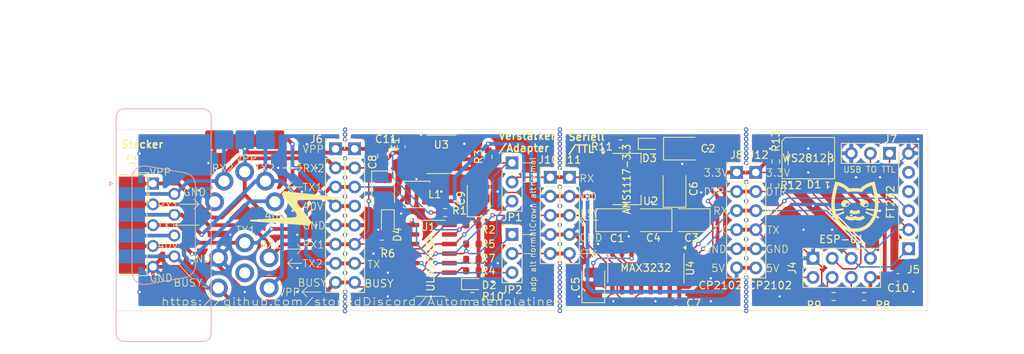
<source format=kicad_pcb>
(kicad_pcb (version 20241229) (generator "pcbnew") (generator_version "9.0")
  (layers (0 "F.Cu" signal) (2 "B.Cu" signal) (13 "F.Paste" user) (15 "B.Paste" user) (5 "F.SilkS" user "F.Silkscreen") (7 "B.SilkS" user "B.Silkscreen") (1 "F.Mask" user) (3 "B.Mask" user) (25 "Edge.Cuts" user))
  (net 0 "")
  (net 1 "VPP")
  (net 2 "GND")
  (net 3 "RX1")
  (net 4 "BUSY")
  (net 5 "TX1")
  (net 7 "+48V")
  (net 8 "TX2")
  (net 9 "Net-(J10-Pin_1)")
  (net 10 "Net-(JP1-A)")
  (net 11 "Net-(JP1-B)")
  (net 12 "Net-(U1-I7)")
  (net 13 "Net-(U1-I3)")
  (net 15 "Net-(J10-Pin_5)")
  (net 16 "Net-(JP2-A)")
  (net 17 "Net-(J10-Pin_3)")
  (net 18 "Net-(JP2-B)")
  (net 19 "/VCC")
  (net 20 "/TX")
  (net 21 "/RX")
  (net 22 "/CTS")
  (net 23 "/DTR")
  (net 24 "+3.3V")
  (net 25 "Net-(U4-C1-)")
  (net 26 "Net-(U4-C1+)")
  (net 27 "Net-(U4-C2-)")
  (net 28 "Net-(U4-C2+)")
  (net 29 "Net-(U4-VS-)")
  (net 30 "Net-(U4-VS+)")
  (net 33 "Net-(J4-Pin_6)")
  (net 34 "Net-(J4-Pin_4)")
  (net 35 "/GPIO2")
  (net 37 "VDDA")
  (net 38 "Net-(D2-K)")
  (net 39 "unconnected-(J14-Pad8)")
  (net 40 "Net-(D3-K)")
  (net 41 "Net-(D4-K)")
  (net 42 "Net-(U3-VIN)")
  (footprint "Connector_PinHeader_2.54mm:PinHeader_1x08_P2.54mm_Vertical" (layer "F.Cu") (at 100.994 66.069)
    (property "Reference" "J6")
    (property "Value" "Conn_01x08")
  )
  (footprint "Resistor_SMD:R_0603_1608Metric" (layer "F.Cu") (at 159.385 70.93 -90)
    (property "Reference" "R12")
    (property "Value" "10k")
  )
  (footprint "LED_SMD:LED_0603_1608Metric" (layer "F.Cu") (at 142.7225 65.405)
    (property "Reference" "D3")
    (property "Value" "LED")
  )
  (footprint "Connector_PinHeader_2.54mm:PinHeader_1x06_P2.54mm_Vertical" (layer "F.Cu") (at 156.845 69.215)
    (property "Reference" "J12")
    (property "Value" "CP2102")
  )
  (footprint "Connector_PinSocket_2.54mm:PinSocket_1x06_P2.54mm_Vertical" (layer "F.Cu") (at 177.165 79.375 180)
    (property "Reference" "J5")
    (property "Value" "FT232")
  )
  (footprint "Connector_PinHeader_2.54mm:PinHeader_1x05_P2.54mm_Vertical" (layer "F.Cu") (at 132.08 69.85)
    (property "Reference" "J11")
    (property "Value" "Conn_01x05")
  )
  (footprint "DIN:DIN45322" (layer "F.Cu") (at 88.929 82.579)
    (property "Reference" "J1" (hide yes))
    (property "Value" "Bally/Bergmann")
  )
  (footprint "Connector_PinHeader_2.54mm:PinHeader_1x08_P2.54mm_Vertical" (layer "F.Cu") (at 103.534 66.069)
    (property "Reference" "J9" (hide yes))
    (property "Value" "Conn_01x08")
  )
  (footprint "Resistor_SMD:R_0603_1608Metric" (layer "F.Cu") (at 119.19 78.74 180)
    (property "Reference" "R5")
    (property "Value" "1k")
  )
  (footprint "Resistor_SMD:R_0603_1608Metric" (layer "F.Cu") (at 119.19 85.725)
    (property "Reference" "R10")
    (property "Value" "1k")
  )
  (footprint "Resistor_SMD:R_0603_1608Metric" (layer "F.Cu") (at 119.189 80.772 180)
    (property "Reference" "R7")
    (property "Value" "1k")
  )
  (footprint "Connector_PinHeader_2.54mm:PinHeader_1x06_P2.54mm_Vertical" (layer "F.Cu") (at 154.305 69.215)
    (property "Reference" "J8")
    (property "Value" "CP2102")
  )
  (footprint "Capacitor_Tantalum_SMD:CP_EIA-3528-15_AVX-H" (layer "F.Cu") (at 135.255 84.0875 90)
    (property "Reference" "C5")
    (property "Value" "0.1 μF")
  )
  (footprint "Capacitor_Tantalum_SMD:CP_EIA-3528-15_AVX-H" (layer "F.Cu") (at 120.015 72.6575 90)
    (property "Reference" "C9")
    (property "Value" "180uF 25V")
  )
  (footprint "Resistor_SMD:R_0603_1608Metric" (layer "F.Cu") (at 138.875 65.405)
    (property "Reference" "R11")
    (property "Value" "1k")
  )
  (footprint "Diode_SMD:D_SOD-323" (layer "F.Cu") (at 107.95 75.785 -90)
    (property "Reference" "D4")
    (property "Value" "1N5819WS")
  )
  (footprint "Resistor_SMD:R_0603_1608Metric" (layer "F.Cu") (at 167.195 85.725 180)
    (property "Reference" "R9")
    (property "Value" "10k")
  )
  (footprint "Resistor_SMD:R_0603_1608Metric" (layer "F.Cu") (at 119.19 76.2 180)
    (property "Reference" "R2")
    (property "Value" "1k")
  )
  (footprint "Capacitor_Tantalum_SMD:CP_EIA-3528-15_AVX-H" (layer "F.Cu") (at 146.05 71.3875 90)
    (property "Reference" "C6")
    (property "Value" "0.1 μF")
  )
  (footprint "Connector_Dsub:DSUB-9_Pins_EdgeMount_P2.77mm" (layer "F.Cu") (at 73.943 76.229 -90)
    (property "Reference" "J2")
    (property "Value" "VDAI")
  )
  (footprint "LED_SMD:LED_0603_1608Metric" (layer "F.Cu") (at 119.23 84.074)
    (property "Reference" "D2")
    (property "Value" "LED")
  )
  (footprint "Fuse:Fuse_0805_2012Metric" (layer "F.Cu") (at 107.315 67.0075 -90)
    (property "Reference" "F1")
    (property "Value" "2A")
  )
  (footprint "Capacitor_Tantalum_SMD:CP_EIA-3528-15_AVX-H" (layer "F.Cu") (at 148.3225 75.565 180)
    (property "Reference" "C3")
    (property "Value" "0.1 μF")
  )
  (footprint "Capacitor_Tantalum_SMD:CP_EIA-3528-15_AVX-H" (layer "F.Cu") (at 107.315 71.4875 -90)
    (property "Reference" "C8")
    (property "Value" "470uF 65V")
  )
  (footprint "Connector_PinHeader_2.54mm:PinHeader_1x03_P2.54mm_Vertical" (layer "F.Cu") (at 124.46 77.47)
    (property "Reference" "JP2")
    (property "Value" "adp alt")
  )
  (footprint "Connector_PinHeader_2.54mm:PinHeader_1x05_P2.54mm_Vertical" (layer "F.Cu") (at 129.54 69.85)
    (property "Reference" "J10")
    (property "Value" "Conn_01x05")
  )
  (footprint "Capacitor_Tantalum_SMD:CP_EIA-3528-15_AVX-H" (layer "F.Cu") (at 143.2425 75.565 180)
    (property "Reference" "C4")
    (property "Value" "0.1 μF")
  )
  (footprint "Resistor_SMD:R_0603_1608Metric" (layer "F.Cu") (at 171.26 85.725 180)
    (property "Reference" "R8")
    (property "Value" "10k")
  )
  (footprint "Connector_PinSocket_2.54mm:PinSocket_1x03_P2.54mm_Vertical" (layer "F.Cu") (at 174.625 66.675 -90)
    (property "Reference" "J7")
    (property "Value" "USB TO TTL")
  )
  (footprint "Package_SO:SOP-16_3.9x9.9mm_P1.27mm" (layer "F.Cu") (at 113.625 80.645)
    (property "Reference" "U1")
    (property "Value" "ULN2003A")
  )
  (footprint "Resistor_SMD:R_0603_1608Metric" (layer "F.Cu") (at 119.19 82.296 180)
    (property "Reference" "R4")
    (property "Value" "1k")
  )
  (footprint "Inductor_SMD:L_Changjiang_FNR3021S" (layer "F.Cu") (at 111.76 72.136)
    (property "Reference" "L1")
    (property "Value" "68uH")
  )
  (footprint "Connector_PinSocket_2.54mm:PinSocket_2x04_P2.54mm_Vertical" (layer "F.Cu") (at 164.465 80.645 90)
    (property "Reference" "J4")
    (property "Value" "ESP-01")
  )
  (footprint "Resistor_SMD:R_0603_1608Metric" (layer "F.Cu") (at 121.285 67.12 -90)
    (property "Reference" "R3")
    (property "Value" "1k")
  )
  (footprint "Resistor_SMD:R_0603_1608Metric" (layer "F.Cu") (at 159.512 67.755 -90)
    (property "Reference" "R13")
    (property "Value" "10k")
  )
  (footprint "Resistor_SMD:R_0603_1608Metric" (layer "F.Cu") (at 107.125 78.74)
    (property "Reference" "R6")
    (property "Value" "3,8k")
  )
  (footprint "Resistor_SMD:R_0603_1608Metric" (layer "F.Cu") (at 115.57 74.549)
    (property "Reference" "R1")
    (property "Value" "1k")
  )
  (footprint "Capacitor_Tantalum_SMD:CP_EIA-3528-15_AVX-H" (layer "F.Cu") (at 147.0525 66.04)
    (property "Reference" "C2")
    (property "Value" "22uF")
  )
  (footprint "Capacitor_Tantalum_SMD:CP_EIA-3528-15_AVX-H" (layer "F.Cu") (at 138.0625 75.565)
    (property "Reference" "C1")
    (property "Value" "10uF")
  )
  (footprint "LED_SMD:LED_WS2812B_PLCC4_5.0x5.0mm_P3.2mm" (layer "F.Cu") (at 163.83 67.31 180)
    (property "Reference" "D1")
    (property "Value" "WS2812B")
  )
  (footprint "Package_SO:SOIC-8_3.9x4.9mm_P1.27mm" (layer "F.Cu") (at 115.062 66.802)
    (property "Reference" "U3")
    (property "Value" "XL1509-5.0")
  )
  (footprint "Capacitor_SMD:C_0603_1608Metric" (layer "F.Cu") (at 175.755 83.185)
    (property "Reference" "C10")
    (property "Value" "C")
  )
  (footprint "Package_SO:SOP-16_3.9x9.9mm_P1.27mm" (layer "F.Cu") (at 142.24 81.955 -90)
    (property "Reference" "U4")
    (property "Value" "MAX3232")
  )
  (footprint "Connector_PinHeader_2.54mm:PinHeader_1x03_P2.54mm_Vertical" (layer "F.Cu") (at 124.46 67.945)
    (property "Reference" "JP1")
    (property "Value" "Crown alt")
  )
  (footprint "Package_TO_SOT_SMD:SOT-223-3_TabPin2" (layer "F.Cu") (at 139.7 70.09)
    (property "Reference" "U2")
    (property "Value" "AMS1117-3.3")
  )
  (footprint "Capacitor_SMD:C_0603_1608Metric" (layer "F.Cu") (at 146.19 86.487 180)
    (property "Reference" "C7")
    (property "Value" "C")
  )
  (footprint "Capacitor_SMD:C_0603_1608Metric" (layer "F.Cu") (at 109.728 65.786 90)
    (property "Reference" "C11")
    (property "Value" "105")
  )
  (footprint "DIN:DIN41524" (layer "B.Cu") (at 88.929 73.117 180)
    (property "Reference" "J3" (hide yes))
    (property "Value" "ADP alt")
  )
  (footprint "Connector_Dsub:DSUB-9_Pins_Vertical_P2.77x2.84mm" (layer "B.Cu") (at 76.737 70.689 -90)
    (property "Reference" "J14" (hide yes))
    (property "Value" "VDAI")
  )
  (footprint "DIN:DIN41524edge" (layer "B.Cu") (at 88.929 64.8665)
    (property "Reference" "J13" (hide yes))
    (property "Value" "ADP alt")
  )
  (gr_line (start 94.644 81.309) (end 95.279 80.674) (stroke (width 0.1)) (layer "F.SilkS"))
  (gr_line (start 96.549 81.309) (end 94.644 81.309) (stroke (width 0.1)) (layer "F.SilkS"))
  (gr_line (start 96.549 71.149) (end 94.644 71.149) (stroke (width 0.1)) (layer "F.SilkS"))
  (gr_line (start 79.7215 76.229) (end 80.3565 75.594) (stroke (width 0.1)) (layer "F.SilkS"))
  (gr_line (start 80.293 73.435) (end 82.833 73.435) (stroke (width 0.1)) (layer "F.SilkS"))
  (gr_line (start 82.833 73.435) (end 82.198 74.07) (stroke (width 0.1)) (layer "F.SilkS"))
  (gr_line (start 94.644 79.404) (end 96.549 79.404) (stroke (width 0.1)) (layer "F.SilkS"))
  (gr_line (start 125.984 80.01) (end 127 80.01) (stroke (width 0.1)) (layer "F.SilkS"))
  (gr_line (start 125.984 70.485) (end 127 70.485) (stroke (width 0.1)) (layer "F.SilkS"))
  (gr_line (start 96.549 85.119) (end 97.184 85.754) (stroke (width 0.1)) (layer "F.SilkS"))
  (gr_line (start 82.833 73.435) (end 82.198 72.8) (stroke (width 0.1)) (layer "F.SilkS"))
  (gr_line (start 96.549 79.404) (end 95.914 80.039) (stroke (width 0.1)) (layer "F.SilkS"))
  (gr_line (start 96.549 68.609) (end 95.914 69.244) (stroke (width 0.1)) (layer "F.SilkS"))
  (gr_line (start 83.849 84.484) (end 83.341 84.357) (stroke (width 0.1)) (layer "F.SilkS"))
  (gr_line (start 94.009 68.609) (end 96.549 68.609) (stroke (width 0.1)) (layer "F.SilkS"))
  (gr_line (start 125.476 77.47) (end 127 77.47) (stroke (width 0.1)) (layer "F.SilkS"))
  (gr_line (start 133.35 80.01) (end 133.985 79.375) (stroke (width 0.1)) (layer "F.SilkS"))
  (gr_line (start 94.644 71.149) (end 95.279 71.784) (stroke (width 0.1)) (layer "F.SilkS"))
  (gr_line (start 133.35 75.565) (end 133.985 76.2) (stroke (width 0.1)) (layer "F.SilkS"))
  (gr_line (start 96.549 68.609) (end 95.914 67.974) (stroke (width 0.1)) (layer "F.SilkS"))
  (gr_line (start 79.7215 76.229) (end 80.3565 76.864) (stroke (width 0.1)) (layer "F.SilkS"))
  (gr_line (start 82.8965 76.229) (end 79.7215 76.229) (stroke (width 0.1)) (layer "F.SilkS"))
  (gr_line (start 96.549 85.119) (end 97.184 84.484) (stroke (width 0.1)) (layer "F.SilkS"))
  (gr_line (start 96.549 79.404) (end 95.914 78.769) (stroke (width 0.1)) (layer "F.SilkS"))
  (gr_line (start 133.35 75.565) (end 133.985 74.93) (stroke (width 0.1)) (layer "F.SilkS"))
  (gr_line (start 81.817 83.214) (end 80.039 81.309) (stroke (width 0.1)) (layer "F.SilkS"))
  (gr_line (start 133.35 80.01) (end 133.985 80.645) (stroke (width 0.1)) (layer "F.SilkS"))
  (gr_line (start 125.476 67.945) (end 127 67.945) (stroke (width 0.1)) (layer "F.SilkS"))
  (gr_line (start 94.644 81.309) (end 95.279 81.944) (stroke (width 0.1)) (layer "F.SilkS"))
  (gr_line (start 99.089 85.119) (end 96.549 85.119) (stroke (width 0.1)) (layer "F.SilkS"))
  (gr_line (start 135.89 75.565) (end 133.35 75.565) (stroke (width 0.1)) (layer "F.SilkS"))
  (gr_line (start 94.644 71.149) (end 95.279 70.514) (stroke (width 0.1)) (layer "F.SilkS"))
  (gr_line (start 133.35 80.01) (end 135.89 80.01) (stroke (width 0.1)) (layer "F.SilkS"))
  (gr_rect (start 71.882 63.5) (end 179.705 87.63) (stroke (width 0.05)) (fill no) (layer "Edge.Cuts"))
  (gr_text "5V" (at 158.115 82.55 0) (layer "F.SilkS") (effects (font (size 1 1) (thickness 0.1)) (justify left bottom)))
  (gr_text "3.3V" (at 149.86 69.85 0) (layer "F.SilkS") (effects (font (size 1 1) (thickness 0.1)) (justify left bottom)))
  (gr_text "TX2" (at 96.549 81.944 0) (layer "F.SilkS") (effects (font (size 1 1) (thickness 0.1)) (justify left bottom)))
  (gr_text "VPP" (at 87.659 67.974 0) (layer "F.SilkS") (effects (font (size 1 1) (thickness 0.1)) (justify left bottom)))
  (gr_text "RX1" (at 96.549 79.404 0) (layer "F.SilkS") (effects (font (size 1 1) (thickness 0.1)) (justify left bottom)))
  (gr_text "GND" (at 96.549 76.864 0) (layer "F.SilkS") (effects (font (size 1 1) (thickness 0.1)) (justify left bottom)))
  (gr_text "TX1" (at 77.245 76.864 0) (layer "F.SilkS") (effects (font (size 1 1) (thickness 0.1)) (justify left bottom)))
  (gr_text "3.3V" (at 158.115 69.85 0) (layer "F.SilkS") (effects (font (size 1 1) (thickness 0.1)) (justify left bottom)))
  (gr_text "GND" (at 149.86 80.01 0) (layer "F.SilkS") (effects (font (size 1 1) (thickness 0.1)) (justify left bottom)))
  (gr_text "BUSY" (at 104.775 84.582 0) (layer "F.SilkS") (effects (font (size 1 1) (thickness 0.125)) (justify left bottom)))
  (gr_text "RX1" (at 90.834 79.404 0) (layer "F.SilkS") (effects (font (size 1 1) (thickness 0.1)) (justify left bottom)))
  (gr_text "GND" (at 81.309 81.309 0) (layer "F.SilkS") (effects (font (size 1 1) (thickness 0.1)) (justify left bottom)))
  (gr_text "DTR" (at 158.115 72.39 0) (layer "F.SilkS") (effects (font (size 1 1) (thickness 0.1)) (justify left bottom)))
  (gr_text "RX2" (at 84.484 69.244 0) (layer "F.SilkS") (effects (font (size 1 1) (thickness 0.1)) (justify left bottom)))
  (gr_text "VPP" (at 76.229 69.765666 0) (layer "F.SilkS") (effects (font (size 1 1) (thickness 0.1)) (justify left bottom)))
  (gr_text "VPP" (at 96.549 66.704 0) (layer "F.SilkS") (effects (font (size 1 1) (thickness 0.1)) (justify left bottom)))
  (gr_text "Verstärker\n/Adapter" (at 122.555 66.548 0) (layer "F.SilkS") (effects (font (size 1 1) (thickness 0.2) (bold yes)) (justify left bottom)))
  (gr_text "RX2" (at 96.549 69.244 0) (layer "F.SilkS") (effects (font (size 1 1) (thickness 0.1)) (justify left bottom)))
  (gr_text "TX" (at 133.985 80.645 0) (layer "F.SilkS") (effects (font (size 1 1) (thickness 0.1)) (justify left bottom)))
  (gr_text "RX1" (at 77.245 74.197 0) (layer "F.SilkS") (effects (font (size 1 1) (thickness 0.1)) (justify left bottom)))
  (gr_text "RX" (at 151.13 74.93 0) (layer "F.SilkS") (effects (font (size 1 1) (thickness 0.1)) (justify left bottom)))
  (gr_text "40V" (at 91.469 75.594 0) (layer "F.SilkS") (effects (font (size 1 1) (thickness 0.1)) (justify left bottom)))
  (gr_text "40V" (at 77.245 79.531 0) (layer "F.SilkS") (effects (font (size 1 1) (thickness 0.1)) (justify left bottom)))
  (gr_text "40V" (at 96.549 74.324 0) (layer "F.SilkS") (effects (font (size 1 1) (thickness 0.1)) (justify left bottom)))
  (gr_text "GND" (at 133.35 78.486 0) (layer "F.SilkS") (effects (font (size 1 1) (thickness 0.1)) (justify left bottom)))
  (gr_text "BUSY" (at 95.914 84.484 0) (layer "F.SilkS") (effects (font (size 1 1) (thickness 0.1)) (justify left bottom)))
  (gr_text "BUSY" (at 132.715 75.2475 0) (layer "F.SilkS") (effects (font (size 1 0.8) (thickness 0.1)) (justify left bottom)))
  (gr_text "VDD" (at 133.35 73.025 0) (layer "F.SilkS") (effects (font (size 1 0.8) (thickness 0.1)) (justify left bottom)))
  (gr_text "https://github.com/stonedDiscord/Automatenplatinen" (at 77.724 86.995 0) (layer "F.SilkS") (effects (font (size 1 1.3) (thickness 0.1)) (justify left bottom)))
  (gr_text "TX1" (at 96.549 71.784 0) (layer "F.SilkS") (effects (font (size 1 1) (thickness 0.1)) (justify left bottom)))
  (gr_text "BUSY" (at 79.404 84.484 0) (layer "F.SilkS") (effects (font (size 1 1) (thickness 0.1)) (justify left bottom)))
  (gr_text "RX" (at 133.35 70.612 0) (layer "F.SilkS") (effects (font (size 1 1) (thickness 0.1)) (justify left bottom)))
  (gr_text "Stecker" (at 72.419 66.069 0) (layer "F.SilkS") (effects (font (size 1 1) (thickness 0.2) (bold yes)) (justify left bottom)))
  (gr_text "GND" (at 80.674 72.419 0) (layer "F.SilkS") (effects (font (size 1 1) (thickness 0.1)) (justify left bottom)))
  (gr_text "RX" (at 158.115 74.93 0) (layer "F.SilkS") (effects (font (size 1 1) (thickness 0.1)) (justify left bottom)))
  (gr_text "TX" (at 158.242 77.47 0) (layer "F.SilkS") (effects (font (size 1 1) (thickness 0.1)) (justify left bottom)))
  (gr_text "TX2" (at 90.199 69.244 0) (layer "F.SilkS") (effects (font (size 1 1) (thickness 0.1)) (justify left bottom)))
  (gr_text "normal" (at 127.635 71.12 90) (layer "F.SilkS") (effects (font (size 0.75 0.75) (thickness 0.1)) (justify left bottom)))
  (gr_text "GND" (at 158.115 80.01 0) (layer "F.SilkS") (effects (font (size 1 1) (thickness 0.1)) (justify left bottom)))
  (gr_text "5V" (at 150.876 82.55 0) (layer "F.SilkS") (effects (font (size 1 1) (thickness 0.1)) (justify left bottom)))
  (gr_text "TX" (at 105.156 82.042 0) (layer "F.SilkS") (effects (font (size 1 1) (thickness 0.1)) (justify left bottom)))
  (gr_text "TX1" (at 87.659 77.499 0) (layer "F.SilkS") (effects (font (size 1 1) (thickness 0.1)) (justify left bottom)))
  (gr_text "⚡" (at 87.532 76.229 320) (layer "F.SilkS") (effects (font (size 10 10) (thickness 0.1)) (justify left bottom)))
  (gr_text "VPP" (at 93.374 85.754 0) (layer "F.SilkS") (effects (font (size 1 1) (thickness 0.1)) (justify left bottom)))
  (gr_text "normal" (at 127.635 80.645 90) (layer "F.SilkS") (effects (font (size 0.75 0.75) (thickness 0.1)) (justify left bottom)))
  (gr_text "Seriell\n/TTL" (at 131.826 66.675 0) (layer "F.SilkS") (effects (font (size 1 1) (thickness 0.2) (bold yes)) (justify left bottom)))
  (gr_text "🐱" (at 166.37 77.47 0) (layer "F.SilkS") (effects (font (size 5 5) (thickness 0.1)) (justify left bottom)))
  (gr_text "DTR" (at 149.86 72.39 0) (layer "F.SilkS") (effects (font (size 1 1) (thickness 0.1)) (justify left bottom)))
  (gr_text "TX" (at 151.13 77.47 0) (layer "F.SilkS") (effects (font (size 1 1) (thickness 0.1)) (justify left bottom)))
  (gr_text "GND" (at 76.229 83.849 0) (layer "F.SilkS") (effects (font (size 1 1) (thickness 0.1)) (justify left bottom)))
  (via (at 130.81 64.135) (size 0.6) (drill 0.3) (layers "F.Cu" "B.Cu") (net 0))
  (via (at 130.81 63.5) (size 0.6) (drill 0.3) (layers "F.Cu" "B.Cu") (net 0))
  (via (at 155.575 85.09) (size 0.6) (drill 0.3) (layers "F.Cu" "B.Cu") (net 0))
  (via (at 130.81 87.63) (size 0.6) (drill 0.3) (layers "F.Cu" "B.Cu") (net 0))
  (via (at 155.575 78.105) (size 0.6) (drill 0.3) (layers "F.Cu" "B.Cu") (net 0))
  (via (at 130.81 71.12) (size 0.6) (drill 0.3) (layers "F.Cu" "B.Cu") (net 0))
  (via (at 130.81 66.04) (size 0.6) (drill 0.3) (layers "F.Cu" "B.Cu") (net 0))
  (via (at 155.575 86.36) (size 0.6) (drill 0.3) (layers "F.Cu" "B.Cu") (net 0))
  (via (at 130.81 73.66) (size 0.6) (drill 0.3) (layers "F.Cu" "B.Cu") (net 0))
  (via (at 102.264 64.164) (size 0.6) (drill 0.3) (layers "F.Cu" "B.Cu") (net 0))
  (via (at 102.264 72.419) (size 0.6) (drill 0.3) (layers "F.Cu" "B.Cu") (net 0))
  (via (at 102.264 80.039) (size 0.6) (drill 0.3) (layers "F.Cu" "B.Cu") (net 0))
  (via (at 102.264 85.119) (size 0.6) (drill 0.3) (layers "F.Cu" "B.Cu") (net 0))
  (via (at 102.264 64.799) (size 0.6) (drill 0.3) (layers "F.Cu" "B.Cu") (net 0))
  (via (at 130.81 83.82) (size 0.6) (drill 0.3) (layers "F.Cu" "B.Cu") (net 0))
  (via (at 130.81 85.09) (size 0.6) (drill 0.3) (layers "F.Cu" "B.Cu") (net 0))
  (via (at 155.575 63.5) (size 0.6) (drill 0.3) (layers "F.Cu" "B.Cu") (net 0))
  (via (at 130.81 84.455) (size 0.6) (drill 0.3) (layers "F.Cu" "B.Cu") (net 0))
  (via (at 130.81 64.77) (size 0.6) (drill 0.3) (layers "F.Cu" "B.Cu") (net 0))
  (via (at 155.575 64.77) (size 0.6) (drill 0.3) (layers "F.Cu" "B.Cu") (net 0))
  (via (at 155.575 66.675) (size 0.6) (drill 0.3) (layers "F.Cu" "B.Cu") (net 0))
  (via (at 102.264 85.754) (size 0.6) (drill 0.3) (layers "F.Cu" "B.Cu") (net 0))
  (via (at 130.81 86.995) (size 0.6) (drill 0.3) (layers "F.Cu" "B.Cu") (net 0))
  (via (at 130.81 76.2) (size 0.6) (drill 0.3) (layers "F.Cu" "B.Cu") (net 0))
  (via (at 155.575 67.945) (size 0.6) (drill 0.3) (layers "F.Cu" "B.Cu") (net 0))
  (via (at 155.575 65.405) (size 0.6) (drill 0.3) (layers "F.Cu" "B.Cu") (net 0))
  (via (at 102.264 82.579) (size 0.6) (drill 0.3) (layers "F.Cu" "B.Cu") (net 0))
  (via (at 130.81 83.185) (size 0.6) (drill 0.3) (layers "F.Cu" "B.Cu") (net 0))
  (via (at 130.81 65.405) (size 0.6) (drill 0.3) (layers "F.Cu" "B.Cu") (net 0))
  (via (at 155.575 86.995) (size 0.6) (drill 0.3) (layers "F.Cu" "B.Cu") (net 0))
  (via (at 130.81 78.74) (size 0.6) (drill 0.3) (layers "F.Cu" "B.Cu") (net 0))
  (via (at 155.575 66.04) (size 0.6) (drill 0.3) (layers "F.Cu" "B.Cu") (net 0))
  (via (at 155.575 64.135) (size 0.6) (drill 0.3) (layers "F.Cu" "B.Cu") (net 0))
  (via (at 130.81 67.31) (size 0.6) (drill 0.3) (layers "F.Cu" "B.Cu") (net 0))
  (via (at 155.575 70.485) (size 0.6) (drill 0.3) (layers "F.Cu" "B.Cu") (net 0))
  (via (at 155.575 85.725) (size 0.6) (drill 0.3) (layers "F.Cu" "B.Cu") (net 0))
  (via (at 130.81 82.55) (size 0.6) (drill 0.3) (layers "F.Cu" "B.Cu") (net 0))
  (via (at 155.575 80.645) (size 0.6) (drill 0.3) (layers "F.Cu" "B.Cu") (net 0))
  (via (at 102.264 86.389) (size 0.6) (drill 0.3) (layers "F.Cu" "B.Cu") (net 0))
  (via (at 102.264 67.339) (size 0.6) (drill 0.3) (layers "F.Cu" "B.Cu") (net 0))
  (via (at 102.264 69.879) (size 0.6) (drill 0.3) (layers "F.Cu" "B.Cu") (net 0))
  (via (at 155.575 67.31) (size 0.6) (drill 0.3) (layers "F.Cu" "B.Cu") (net 0))
  (via (at 130.81 81.28) (size 0.6) (drill 0.3) (layers "F.Cu" "B.Cu") (net 0))
  (via (at 130.81 68.58) (size 0.6) (drill 0.3) (layers "F.Cu" "B.Cu") (net 0))
  (via (at 130.81 85.725) (size 0.6) (drill 0.3) (layers "F.Cu" "B.Cu") (net 0))
  (via (at 155.575 73.025) (size 0.6) (drill 0.3) (layers "F.Cu" "B.Cu") (net 0))
  (via (at 155.575 87.63) (size 0.6) (drill 0.3) (layers "F.Cu" "B.Cu") (net 0))
  (via (at 155.575 83.82) (size 0.6) (drill 0.3) (layers "F.Cu" "B.Cu") (net 0))
  (via (at 130.81 81.915) (size 0.6) (drill 0.3) (layers "F.Cu" "B.Cu") (net 0))
  (via (at 130.81 67.945) (size 0.6) (drill 0.3) (layers "F.Cu" "B.Cu") (net 0))
  (via (at 130.81 66.675) (size 0.6) (drill 0.3) (layers "F.Cu" "B.Cu") (net 0))
  (via (at 102.264 77.499) (size 0.6) (drill 0.3) (layers "F.Cu" "B.Cu") (net 0))
  (via (at 155.575 75.565) (size 0.6) (drill 0.3) (layers "F.Cu" "B.Cu") (net 0))
  (via (at 102.264 63.529) (size 0.6) (drill 0.3) (layers "F.Cu" "B.Cu") (net 0))
  (via (at 155.575 83.185) (size 0.6) (drill 0.3) (layers "F.Cu" "B.Cu") (net 0))
  (via (at 102.264 87.659) (size 0.6) (drill 0.3) (layers "F.Cu" "B.Cu") (net 0))
  (via (at 102.264 87.024) (size 0.6) (drill 0.3) (layers "F.Cu" "B.Cu") (net 0))
  (via (at 102.264 74.959) (size 0.6) (drill 0.3) (layers "F.Cu" "B.Cu") (net 0))
  (via (at 155.575 84.455) (size 0.6) (drill 0.3) (layers "F.Cu" "B.Cu") (net 0))
  (via (at 130.81 86.36) (size 0.6) (drill 0.3) (layers "F.Cu" "B.Cu") (net 0))
  (segment (start 73.943 70.689) (end 76.737 70.689) (width 0.5) (layer "F.Cu") (net 1))
  (segment (start 89.4265 66.5665) (end 100.4965 66.5665) (width 0.5) (layer "F.Cu") (net 1))
  (segment (start 80.087 70.689) (end 76.737 70.689) (width 0.5) (layer "F.Cu") (net 1))
  (segment (start 100.4965 66.5665) (end 100.994 66.069) (width 0.5) (layer "F.Cu") (net 1))
  (segment (start 88.929 71.521164) (end 88.929 72.165) (width 0.5) (layer "F.Cu") (net 1))
  (segment (start 85.881 75.213) (end 84.611 75.213) (width 0.5) (layer "F.Cu") (net 1))
  (segment (start 100.994 66.069) (end 104.169 66.069) (width 0.5) (layer "F.Cu") (net 1))
  (segment (start 103.535 66.07) (end 104.803 66.07) (width 0.5) (layer "F.Cu") (net 1))
  (segment (start 91.977 75.213) (end 93.755 75.213) (width 0.5) (layer "F.Cu") (net 1))
  (segment (start 88.929 66.069) (end 89.4265 66.5665) (width 0.5) (layer "F.Cu") (net 1))
  (segment (start 103.534 66.069) (end 103.535 66.07) (width 0.5) (layer "F.Cu") (net 1))
  (segment (start 88.929 72.165) (end 91.977 75.213) (width 0.5) (layer "F.Cu") (net 1))
  (segment (start 88.929 69.117) (end 88.929 71.521164) (width 0.5) (layer "F.Cu") (net 1))
  (segment (start 104.803 66.07) (end 107.315 66.07) (width 0.5) (layer "F.Cu") (net 1))
  (segment (start 84.611 75.213) (end 80.087 70.689) (width 0.5) (layer "F.Cu") (net 1))
  (segment (start 88.929 72.165) (end 85.881 75.213) (width 0.5) (layer "F.Cu") (net 1))
  (via (at 88.929 66.069) (size 0.6) (drill 0.3) (layers "F.Cu" "B.Cu") (net 1))
  (via (at 93.755 75.213) (size 0.6) (drill 0.3) (layers "F.Cu" "B.Cu") (net 1))
  (segment (start 93.879 75.337) (end 93.755 75.213) (width 0.5) (layer "B.Cu") (net 1))
  (segment (start 93.879 82.879) (end 93.879 75.337) (width 0.5) (layer "B.Cu") (net 1))
  (segment (start 88.929 64.8665) (end 88.929 66.069) (width 0.5) (layer "B.Cu") (net 1))
  (segment (start 92.179 84.579) (end 93.879 82.879) (width 0.5) (layer "B.Cu") (net 1))
  (segment (start 88.929 66.069) (end 88.929 69.117) (width 0.5) (layer "B.Cu") (net 1))
  (segment (start 150.876 86.36) (end 150.876 83.312) (width 0.2) (layer "F.Cu") (net 2))
  (segment (start 113.03 85.09) (end 113.665 85.725) (width 0.2) (layer "F.Cu") (net 2))
  (segment (start 164.465 74.295) (end 167.005 76.835) (width 0.2) (layer "F.Cu") (net 2))
  (segment (start 121.92 81.915) (end 122.555 81.28) (width 0.2) (layer "F.Cu") (net 2))
  (segment (start 170.18 71.12) (end 170.18 69.85) (width 0.2) (layer "F.Cu") (net 2))
  (segment (start 169.545 66.675) (end 169.545 69.215) (width 0.2) (layer "F.Cu") (net 2))
  (segment (start 84.103 65.6925) (end 84.929 64.8665) (width 0.5) (layer "F.Cu") (net 2))
  (segment (start 107.95 75.692) (end 106.378 75.692) (width 0.5) (layer "F.Cu") (net 2))
  (segment (start 106.148 75.462) (end 106.3625 75.2475) (width 0.5) (layer "F.Cu") (net 2))
  (segment (start 139.6 75.565) (end 139.6 77.37) (width 0.2) (layer "F.Cu") (net 2))
  (segment (start 143.700756 73.152) (end 143.002 73.152) (width 0.2) (layer "F.Cu") (net 2))
  (segment (start 175.26 76.2) (end 175.26 80.518) (width 0.2) (layer "F.Cu") (net 2))
  (segment (start 77.937686 66.704) (end 74.959 66.704) (width 0.5) (layer "F.Cu") (net 2))
  (segment (start 105.381 76.229) (end 106.3625 75.2475) (width 0.5) (layer "F.Cu") (net 2))
  (segment (start 133.45 85.625) (end 133.35 85.725) (width 0.2) (layer "F.Cu") (net 2))
  (segment (start 84.929 73.117) (end 84.103 72.291) (width 0.5) (layer "F.Cu") (net 2))
  (segment (start 76.737 81.769) (end 81.484 81.769) (width 0.5) (layer "F.Cu") (net 2))
  (segment (start 98.454 69.879) (end 96.549 71.784) (width 0.2) (layer "F.Cu") (net 2))
  (segment (start 160.02 85.725) (end 160.147 85.852) (width 0.2) (layer "F.Cu") (net 2))
  (segment (start 98.454 68.609) (end 98.454 69.879) (width 0.2) (layer "F.Cu") (net 2))
  (segment (start 133.63 84) (end 135.255 85.625) (width 0.5) (layer "F.Cu") (net 2))
  (segment (start 132.08 77.47) (end 132.842 77.47) (width 0.5) (layer "F.Cu") (net 2))
  (segment (start 176.53 83.185) (end 176.53 83.82) (width 0.2) (layer "F.Cu") (net 2))
  (segment (start 147.066 64.865378) (end 146.716622 64.516) (width 0.2) (layer "F.Cu") (net 2))
  (segment (start 82.833 71.599314) (end 77.937686 66.704) (width 0.5) (layer "F.Cu") (net 2))
  (segment (start 84.103 67.974) (end 84.103 65.6925) (width 0.5) (layer "F.Cu") (net 2))
  (segment (start 137.922 86.36) (end 138.43 86.868) (width 0.2) (layer "F.Cu") (net 2))
  (segment (start 165.387 86.901) (end 175.989 86.901) (width 0.2) (layer "F.Cu") (net 2))
  (segment (start 145.415 84.455) (end 145.415 86.487) (width 0.5) (layer "F.Cu") (net 2))
  (segment (start 123.97524 71.882) (end 122.682 71.882) (width 0.2) (layer "F.Cu") (net 2))
  (segment (start 106.3625 75.2475) (end 107.315 74.295) (width 0.5) (layer "F.Cu") (net 2))
  (segment (start 98.454 76.229) (end 97.184 76.229) (width 0.2) (layer "F.Cu") (net 2))
  (segment (start 121.92 85.598) (end 121.92 83.82) (width 0.2) (layer "F.Cu") (net 2))
  (segment (start 85.429 80.579) (end 85.429 81.619) (width 0.5) (layer "F.Cu") (net 2))
  (segment (start 175.989 86.901) (end 177.8 85.09) (width 0.2) (layer "F.Cu") (net 2))
  (segment (start 165.615 81.795) (end 164.465 80.645) (width 0.2) (layer "F.Cu") (net 2))
  (segment (start 73.943 81.769) (end 76.737 81.769) (width 0.5) (layer "F.Cu") (net 2))
  (segment (start 85.429 81.619) (end 88.929 85.119) (width 0.5) (layer "F.Cu") (net 2))
  (segment (start 169.545 69.215) (end 170.18 69.85) (width 0.2) (layer "F.Cu") (net 2))
  (segment (start 76.737 81.769) (end 76.737 83.341) (width 0.5) (layer "F.Cu") (net 2))
  (segment (start 144.970756 71.882) (end 143.700756 73.152) (width 0.2) (layer "F.Cu") (net 2))
  (segment (start 177.165 66.675) (end 178.435 65.405) (width 0.2) (layer "F.Cu") (net 2))
  (segment (start 107.315 74.295) (end 107.315 73.025) (width 0.5) (layer "F.Cu") (net 2))
  (segment (start 106.378 75.692) (end 106.148 75.462) (width 0.5) (layer "F.Cu") (net 2))
  (segment (start 117.537 68.707) (end 117.537 64.897) (width 0.5) (layer "F.Cu") (net 2))
  (segment (start 164.338 85.852) (end 165.615 84.575) (width 0.2) (layer "F.Cu") (net 2))
  (segment (start 124.93676 71.874) (end 123.98324 71.874) (width 0.2) (layer "F.Cu") (net 2))
  (segment (start 147.066 68.072) (end 147.066 66.04) (width 0.2) (layer "F.Cu") (net 2))
  (segment (start 176.53 81.788) (end 176.53 83.185) (width 0.2) (layer "F.Cu") (net 2))
  (segment (start 95.279 73.054) (end 96.549 71.784) (width 0.2) (layer "F.Cu") (net 2))
  (segment (start 164.465 73.66) (end 164.465 74.295) (width 0.2) (layer "F.Cu") (net 2))
  (segment (start 100.994 76.229) (end 98.454 76.229) (width 0.5) (layer "F.Cu") (net 2))
  (segment (start 76.737 83.341) (end 74.959 85.119) (width 0.5) (layer "F.Cu") (net 2))
  (segment (start 95.914 85.119) (end 93.824 83.029) (width 0.2) (layer "F.Cu") (net 2))
  (segment (start 164.465 73.66) (end 161.29 70.485) (width 0.2) (layer "F.Cu") (net 2))
  (segment (start 121.92 83.82) (end 121.92 81.915) (width 0.2) (layer "F.Cu") (net 2))
  (segment (start 93.824 83.029) (end 91.019 83.029) (width 0.2) (layer "F.Cu") (net 2))
  (segment (start 161.38 65.66) (end 163.45 65.66) (width 0.2) (layer "F.Cu") (net 2))
  (segment (start 123.98324 71.874) (end 123.97524 71.882) (width 0.2) (layer "F.Cu") (net 2))
  (segment (start 139.6 75.547756) (end 139.6 75.565) (width 0.2) (layer "F.Cu") (net 2))
  (segment (start 159.13 65.66) (end 158.75 66.04) (width 0.2) (layer "F.Cu") (net 2))
  (segment (start 81.944 81.309) (end 84.699 81.309) (width 0.5) (layer "F.Cu") (net 2))
  (segment (start 163.195 79.375) (end 164.465 80.645) (width 0.2) (layer "F.Cu") (net 2))
  (segment (start 132.08 77.47) (end 129.54 77.47) (width 0.5) (layer "F.Cu") (net 2))
  (segment (start 113.665 85.725) (end 114.046 86.106) (width 0.2) (layer "F.Cu") (net 2))
  (segment (start 135.255 85.625) (end 133.45 85.625) (width 0.2) (layer "F.Cu") (net 2))
  (segment (start 143.51 86.36) (end 145.288 86.36) (width 0.2) (layer "F.Cu") (net 2))
  (segment (start 81.484 81.769) (end 81.944 81.309) (width 0.5) (layer "F.Cu") (net 2))
  (segment (start 115.062 71.755) (end 115.062 67.372) (width 0.5) (layer "F.Cu") (net 2))
  (segment (start 127 73.66) (end 125.222 71.882) (width 0.2) (layer "F.Cu") (net 2))
  (segment (start 176.53 83.82) (end 177.8 85.09) (width 0.2) (layer "F.Cu") (net 2))
  (segment (start 84.103 72.291) (end 84.103 67.974) (width 0.5) (layer "F.Cu") (net 2))
  (segment (start 91.019 83.029) (end 88.929 85.119) (width 0.2) (layer "F.Cu") (net 2))
  (segment (start 163.195 76.835) (end 163.195 79.375) (width 0.2) (layer "F.Cu") (net 2))
  (segment (start 138.43 86.868) (end 143.002 86.868) (width 0.2) (layer "F.Cu") (net 2))
  (segment (start 124.94476 71.882) (end 124.93676 71.874) (width 0.2) (layer "F.Cu") (net 2))
  (segment (start 161.38 65.66) (end 159.13 65.66) (width 0.2) (layer "F.Cu") (net 2))
  (segment (start 160.147 85.852) (end 164.338 85.852) (width 0.2) (layer "F.Cu") (net 2))
  (segment (start 143.002 73.152) (end 141.995756 73.152) (width 0.2) (layer "F.Cu") (net 2))
  (segment (start 100.994 76.229) (end 103.534 76.229) (width 0.5) (layer "F.Cu") (net 2))
  (segment (start 145.288 86.36) (end 145.415 86.487) (width 0.2) (layer "F.Cu") (net 2))
  (segment (start 103.534 76.229) (end 105.381 76.229) (width 0.5) (layer "F.Cu") (net 2))
  (segment (start 139.6 77.37) (end 139.954 77.724) (width 0.2) (layer "F.Cu") (net 2))
  (segment (start 137.16 65.405) (end 136.525 66.04) (width 0.5) (layer "F.Cu") (net 2))
  (segment (start 133.63 78.258) (end 133.63 78.74) (width 0.5) (layer "F.Cu") (net 2))
  (segment (start 115.062 67.372) (end 117.537 64.897) (width 0.5) (layer "F.Cu") (net 2))
  (segment (start 173.355 74.295) (end 175.26 76.2) (width 0.2) (layer "F.Cu") (net 2))
  (segment (start 146.716622 64.516) (end 138.939 64.516) (width 0.2) (layer "F.Cu") (net 2))
  (segment (start 84.699 81.309) (end 85.429 80.579) (width 0.5) (layer "F.Cu") (net 2))
  (segment (start 164.338 85.852) (end 165.387 86.901) (width 0.2) (layer "F.Cu") (net 2))
  (segment (start 163.45 65.66) (end 163.83 66.04) (width 0.2) (layer "F.Cu") (net 2))
  (segment (start 132.842 77.47) (end 133.63 78.258) (width 0.5) (layer "F.Cu") (net 2))
  (segment (start 141.995756 73.152) (end 139.6 75.547756) (width 0.2) (layer "F.Cu") (net 2))
  (segment (start 169.545 74.93) (end 163.83 69.215) (width 0.2) (layer "F.Cu") (net 2))
  (segment (start 154.305 79.375) (end 156.845 79.375) (width 0.5) (layer "F.Cu") (net 2))
  (segment (start 149.606 71.882) (end 144.970756 71.882) (width 0.2) (layer "F.Cu") (net 2))
  (segment (start 173.355 74.295) (end 170.18 71.12) (width 0.2) (layer "F.Cu") (net 2))
  (segment (start 150.495 66.04) (end 148.59 66.04) (width 0.2) (layer "F.Cu") (net 2))
  (segment (start 125.222 71.882) (end 124.94476 71.882) (width 0.2) (layer "F.Cu") (net 2))
  (segment (start 129.54 77.47) (end 127 77.47) (width 0.5) (layer "F.Cu") (net 2))
  (segment (start 148.59 66.04) (end 147.066 66.04) (width 0.2) (layer "F.Cu") (net 2))
  (segment (start 122.682 71.882) (end 122.555 71.755) (width 0.2) (layer "F.Cu") (net 2))
  (segment (start 107.95 76.835) (end 107.95 75.692) (width 0.5) (layer "F.Cu") (net 2))
  (segment (start 175.26 80.518) (end 176.53 81.788) (width 0.2) (layer "F.Cu") (net 2))
  (segment (start 143.002 86.868) (end 143.51 86.36) (width 0.2) (layer "F.Cu") (net 2))
  (segment (start 147.066 66.04) (end 147.066 64.865378) (width 0.2) (layer "F.Cu") (net 2))
  (segment (start 95.279 74.324) (end 95.279 73.054) (width 0.2) (layer "F.Cu") (net 2))
  (segment (start 138.939 64.516) (end 138.05 65.405) (width 0.2) (layer "F.Cu") (net 2))
  (segment (start 111.125 85.09) (end 113.03 85.09) (width 0.2) (layer "F.Cu") (net 2))
  (segment (start 133.63 78.74) (end 133.63 84) (width 0.5) (layer "F.Cu") (net 2))
  (segment (start 97.184 76.229) (end 95.914 77.499) (width 0.2) (layer "F.Cu") (net 2))
  (segment (start 138.05 65.405) (end 137.16 65.405) (width 0.5) (layer "F.Cu") (net 2))
  (segment (start 178.435 65.405) (end 178.435 64.77) (width 0.2) (layer "F.Cu") (net 2))
  (segment (start 165.615 84.575) (end 165.615 81.795) (width 0.2) (layer "F.Cu") (net 2))
  (via (at 170.18 69.85) (size 0.6) (drill 0.3) (layers "F.Cu" "B.Cu") (net 2))
  (via (at 106.68 76.835) (size 0.6) (drill 0.3) (layers "F.Cu" "B.Cu") (net 2))
  (via (at 136.525 66.04) (size 0.6) (drill 0.3) (layers "F.Cu" "B.Cu") (net 2))
  (via (at 81.944 81.309) (size 0.6) (drill 0.3) (layers "F.Cu" "B.Cu") (net 2))
  (via (at 167.005 76.835) (size 0.6) (drill 0.3) (layers "F.Cu" "B.Cu") (net 2))
  (via (at 160.02 85.725) (size 0.6) (drill 0.3) (layers "F.Cu" "B.Cu") (net 2))
  (via (at 150.495 66.04) (size 0.6) (drill 0.3) (layers "F.Cu" "B.Cu") (net 2))
  (via (at 82.833 71.599314) (size 0.6) (drill 0.3) (layers "F.Cu" "B.Cu") (net 2))
  (via (at 93.374 68.609) (size 0.6) (drill 0.3) (layers "F.Cu" "B.Cu") (net 2))
  (via (at 133.63 78.74) (size 0.6) (drill 0.3) (layers "F.Cu" "B.Cu") (net 2))
  (via (at 107.95 85.725) (size 0.6) (drill 0.3) (layers "F.Cu" "B.Cu") (net 2))
  (via (at 164.465 73.66) (size 0.6) (drill 0.3) (layers "F.Cu" "B.Cu") (net 2))
  (via (at 135.89 78.74) (size 0.6) (drill 0.3) (layers "F.Cu" "B.Cu") (net 2))
  (via (at 149.606 71.882) (size 0.6) (drill 0.3) (layers "F.Cu" "B.Cu") (net 2))
  (via (at 111.76 70.104) (size 0.6) (drill 0.3) (layers "F.Cu" "B.Cu") (net 2))
  (via (at 127 77.47) (size 0.6) (drill 0.3) (layers "F.Cu" "B.Cu") (net 2))
  (via (at 139.954 77.724) (size 0.6) (drill 0.3) (layers "F.Cu" "B.Cu") (net 2))
  (via (at 137.922 86.36) (size 0.6) (drill 0.3) (layers "F.Cu" "B.Cu") (net 2))
  (via (at 87.024 77.499) (size 0.6) (drill 0.3) (layers "F.Cu" "B.Cu") (net 2))
  (via (at 108.585 64.77) (size 0.6) (drill 0.3) (layers "F.Cu" "B.Cu") (net 2))
  (via (at 96.549 71.784) (size 0.6) (drill 0.3) (layers "F.Cu" "B.Cu") (net 2))
  (via (at 163.83 66.04) (size 0.6) (drill 0.3) (layers "F.Cu" "B.Cu") (net 2))
  (via (at 74.959 66.704) (size 0.6) (drill 0.3) (layers "F.Cu" "B.Cu") (net 2))
  (via (at 98.454 76.229) (size 0.6) (drill 0.3) (layers "F.Cu" "B.Cu") (net 2))
  (via (at 163.195 76.835) (size 0.6) (drill 0.3) (layers "F.Cu" "B.Cu") (net 2))
  (via (at 150.876 86.36) (size 0.6) (drill 0.3) (layers "F.Cu" "B.Cu") (net 2))
  (via (at 90.834 75.594) (size 0.6) (drill 0.3) (layers "F.Cu" "B.Cu") (net 2))
  (via (at 143.51 86.36) (size 0.6) (drill 0.3) (layers "F.Cu" "B.Cu") (net 2))
  (via (at 161.29 70.485) (size 0.6) (drill 0.3) (layers "F.Cu" "B.Cu") (net 2))
  (via (at 158.75 66.04) (size 0.6) (drill 0.3) (layers "F.Cu" "B.Cu") (net 2))
  (via (at 97.184 65.434) (size 0.6) (drill 0.3) (layers "F.Cu" "B.Cu") (net 2))
  (via (at 98.454 68.609) (size 0.6) (drill 0.3) (layers "F.Cu" "B.Cu") (net 2))
  (via (at 74.959 85.119) (size 0.6) (drill 0.3) (layers "F.Cu" "B.Cu") (net 2))
  (via (at 95.279 74.324) (size 0.6) (drill 0.3) (layers "F.Cu" "B.Cu") (net 2))
  (via (at 121.92 83.82) (size 0.6) (drill 0.3) (layers "F.Cu" "B.Cu") (net 2))
  (via (at 88.929 85.119) (size 0.6) (drill 0.3) (layers "F.Cu" "B.Cu") (net 2))
  (via (at 173.355 69.85) (size 0.6) (drill 0.3) (layers "F.Cu" "B.Cu") (net 2))
  (via (at 127 73.66) (size 0.6) (drill 0.3) (layers "F.Cu" "B.Cu") (net 2))
  (via (at 173.355 74.295) (size 0.6) (drill 0.3) (layers "F.Cu" "B.Cu") (net 2))
  (via (at 127.635 64.77) (size 0.6) (drill 0.3) (layers "F.Cu" "B.Cu") (net 2))
  (via (at 109.728 74.676) (size 0.6) (drill 0.3) (layers "F.Cu" "B.Cu") (net 2))
  (via (at 122.555 71.755) (size 0.6) (drill 0.3) (layers "F.Cu" "B.Cu") (net 2))
  (via (at 163.83 69.215) (size 0.6) (drill 0.3) (layers "F.Cu" "B.Cu") (net 2))
  (via (at 106.045 80.01) (size 0.6) (drill 0.3) (layers "F.Cu" "B.Cu") (net 2))
  (via (at 95.914 85.119) (size 0.6) (drill 0.3) (layers "F.Cu" "B.Cu") (net 2))
  (via (at 95.914 77.499) (size 0.6) (drill 0.3) (layers "F.Cu" "B.Cu") (net 2))
  (via (at 133.35 85.725) (size 0.6) (drill 0.3) (layers "F.Cu" "B.Cu") (net 2))
  (via (at 84.103 67.974) (size 0.6) (drill 0.3) (layers "F.Cu" "B.Cu") (net 2))
  (via (at 107.95 82.55) (size 0.6) (drill 0.3) (layers "F.Cu" "B.Cu") (net 2))
  (via (at 115.062 71.755) (size 0.6) (drill 0.3) (layers "F.Cu" "B.Cu") (net 2))
  (via (at 143.002 73.152) (size 0.6) (drill 0.3) (layers "F.Cu" "B.Cu") (net 2))
  (via (at 147.066 68.072) (size 0.6) (drill 0.3) (layers "F.Cu" "B.Cu") (net 2))
  (via (at 150.876 83.312) (size 0.6) (drill 0.3) (layers "F.Cu" "B.Cu") (net 2))
  (via (at 113.665 85.725) (size 0.6) (drill 0.3) (layers "F.Cu" "B.Cu") (net 2))
  (via (at 177.8 85.09) (size 0.6) (drill 0.3) (layers "F.Cu" "B.Cu") (net 2))
  (via (at 169.545 74.93) (size 0.6) (drill 0.3) (layers "F.Cu" "B.Cu") (net 2))
  (via (at 95.914 81.944) (size 0.6) (drill 0.3) (layers "F.Cu" "B.Cu") (net 2))
  (via (at 178.435 64.77) (size 0.6) (drill 0.3) (layers "F.Cu" "B.Cu") (net 2))
  (via (at 118.11 65.405) (size 0.6) (drill 0.3) (layers "F.Cu" "B.Cu") (net 2))
  (via (at 122.555 81.28) (size 0.6) (drill 0.3) (layers "F.Cu" "B.Cu") (net 2))
  (segment (start 85.429 80.579) (end 85.429 79.094) (width 0.5) (layer "B.Cu") (net 2))
  (segment (start 136.906 77.724) (end 135.89 78.74) (width 0.2) (layer "B.Cu") (net 2))
  (segment (start 97.184 67.339) (end 98.454 68.609) (width 0.2) (layer "B.Cu") (net 2))
  (segment (start 87.024 77.499) (end 88.929 75.594) (width 0.5) (layer "B.Cu") (net 2))
  (segment (start 85.429 79.094) (end 87.024 77.499) (width 0.5) (layer "B.Cu") (net 2))
  (segment (start 159.385 70.485) (end 162.56 70.485) (width 0.2) (layer "B.Cu") (net 2))
  (segment (start 170.18 69.85) (end 173.355 69.85) (width 0.2) (layer "B.Cu") (net 2))
  (segment (start 132.08 77.47) (end 133.604 75.946) (width 0.5) (layer "B.Cu") (net 2))
  (segment (start 162.56 70.485) (end 163.83 69.215) (width 0.2) (layer "B.Cu") (net 2))
  (segment (start 84.929 73.117) (end 84.350686 73.117) (width 0.5) (layer "B.Cu") (net 2))
  (segment (start 167.005 76.835) (end 163.195 76.835) (width 0.2) (layer "B.Cu") (net 2))
  (segment (start 80.827 80.192) (end 80.827 77.219) (width 0.5) (layer "B.Cu") (net 2))
  (segment (start 80.827 77.219) (end 84.929 73.117) (width 0.5) (layer "B.Cu") (net 2))
  (segment (start 133.604 68.961) (end 136.525 66.04) (width 0.5) (layer "B.Cu") (net 2))
  (segment (start 139.954 77.724) (end 136.906 77.724) (width 0.2) (layer "B.Cu") (net 2))
  (segment (start 173.99 69.85) (end 173.355 69.85) (width 0.2) (layer "B.Cu") (net 2))
  (segment (start 150.876 86.36) (end 143.51 86.36) (width 0.2) (layer "B.Cu") (net 2))
  (segment (start 88.929 75.594) (end 90.834 75.594) (width 0.5) (layer "B.Cu") (net 2))
  (segment (start 127 77.47) (end 127 73.66) (width 0.5) (layer "B.Cu") (net 2))
  (segment (start 81.944 81.309) (end 80.827 80.192) (width 0.5) (layer "B.Cu") (net 2))
  (segment (start 97.184 65.434) (end 97.184 67.339) (width 0.2) (layer "B.Cu") (net 2))
  (segment (start 95.279 76.864) (end 95.914 77.499) (width 0.2) (layer "B.Cu") (net 2))
  (segment (start 133.604 75.946) (end 133.604 68.961) (width 0.5) (layer "B.Cu") (net 2))
  (segment (start 147.066 68.072) (end 147.066 69.342) (width 0.2) (layer "B.Cu") (net 2))
  (segment (start 95.914 77.499) (end 95.914 85.119) (width 0.2) (layer "B.Cu") (net 2))
  (segment (start 95.279 74.324) (end 95.279 76.864) (width 0.2) (layer "B.Cu") (net 2))
  (segment (start 163.83 66.04) (end 163.83 69.215) (width 0.2) (layer "B.Cu") (net 2))
  (segment (start 84.350686 73.117) (end 82.833 71.599314) (width 0.5) (layer "B.Cu") (net 2))
  (segment (start 177.165 66.675) (end 173.99 69.85) (width 0.2) (layer "B.Cu") (net 2))
  (segment (start 147.066 69.342) (end 149.606 71.882) (width 0.2) (layer "B.Cu") (net 2))
  (segment (start 105.41 69.215) (end 104.775 68.58) (width 0.2) (layer "F.Cu") (net 3))
  (segment (start 76.737 73.459) (end 81.333 73.459) (width 0.5) (layer "F.Cu") (net 3))
  (segment (start 86.179 70.367) (end 86.179 69.462836) (width 0.5) (layer "F.Cu") (net 3))
  (segment (start 103.563 78.74) (end 103.534 78.769) (width 0.2) (layer "F.Cu") (net 3))
  (segment (start 89.691 76.229) (end 92.179 78.717) (width 0.5) (layer "F.Cu") (net 3))
  (segment (start 100.994 78.769) (end 93.989 78.769) (width 0.5) (layer "F.Cu") (net 3))
  (segment (start 104.746 68.609) (end 103.534 68.609) (width 0.2) (layer "F.Cu") (net 3))
  (segment (start 84.103 76.229) (end 89.691 76.229) (width 0.5) (layer "F.Cu") (net 3))
  (segment (start 88.302836 67.339) (end 99.724 67.339) (width 0.5) (layer "F.Cu") (net 3))
  (segment (start 81.333 73.459) (end 84.103 76.229) (width 0.5) (layer "F.Cu") (net 3))
  (segment (start 106.3 78.74) (end 103.563 78.74) (width 0.2) (layer "F.Cu") (net 3))
  (segment (start 93.989 78.769) (end 92.179 80.579) (width 0.5) (layer "F.Cu") (net 3))
  (segment (start 100.994 68.609) (end 103.534 68.609) (width 0.5) (layer "F.Cu") (net 3))
  (segment (start 104.775 68.58) (end 104.746 68.609) (width 0.2) (layer "F.Cu") (net 3))
  (segment (start 92.179 78.717) (end 92.179 80.579) (width 0.5) (layer "F.Cu") (net 3))
  (segment (start 100.994 78.769) (end 103.534 78.769) (width 0.5) (layer "F.Cu") (net 3))
  (segment (start 86.179 69.462836) (end 88.302836 67.339) (width 0.5) (layer "F.Cu") (net 3))
  (segment (start 99.724 67.339) (end 100.994 68.609) (width 0.5) (layer "F.Cu") (net 3))
  (segment (start 105.41 73.025) (end 105.41 69.215) (width 0.2) (layer "F.Cu") (net 3))
  (segment (start 73.943 73.459) (end 76.737 73.459) (width 0.5) (layer "F.Cu") (net 3))
  (via (at 105.41 73.025) (size 0.6) (drill 0.3) (layers "F.Cu" "B.Cu") (net 3))
  (segment (start 81.456 70.367) (end 86.179 70.367) (width 0.5) (layer "B.Cu") (net 3))
  (segment (start 79.577 72.074) (end 79.749 72.074) (width 0.5) (layer "B.Cu") (net 3))
  (segment (start 103.534 78.769) (end 105.41 76.893) (width 0.2) (layer "B.Cu") (net 3))
  (segment (start 86.179 64.8665) (end 86.179 70.367) (width 0.5) (layer "B.Cu") (net 3))
  (segment (start 79.749 72.074) (end 81.456 70.367) (width 0.5) (layer "B.Cu") (net 3))
  (segment (start 105.41 76.893) (end 105.41 73.025) (width 0.2) (layer "B.Cu") (net 3))
  (segment (start 73.943 72.074) (end 79.577 72.074) (width 0.5) (layer "B.Cu") (net 3))
  (segment (start 87.239 86.389) (end 98.454 86.389) (width 0.5) (layer "F.Cu") (net 4))
  (segment (start 100.994 83.849) (end 103.534 83.849) (width 0.5) (layer "F.Cu") (net 4))
  (segment (start 116.125 83.82) (end 115.49 84.455) (width 0.2) (layer "F.Cu") (net 4))
  (segment (start 104.14 84.455) (end 103.534 83.849) (width 0.2) (layer "F.Cu") (net 4))
  (segment (start 98.454 86.389) (end 100.994 83.849) (width 0.5) (layer "F.Cu") (net 4))
  (segment (start 115.49 84.455) (end 104.14 84.455) (width 0.2) (layer "F.Cu") (net 4))
  (segment (start 85.429 84.579) (end 87.239 86.389) (width 0.5) (layer "F.Cu") (net 4))
  (segment (start 73.943 80.384) (end 79.577 80.384) (width 0.5) (layer "B.Cu") (net 4))
  (segment (start 79.577 80.384) (end 79.749 80.384) (width 0.5) (layer "B.Cu") (net 4))
  (segment (start 79.749 80.384) (end 83.944 84.579) (width 0.5) (layer "B.Cu") (net 4))
  (segment (start 83.944 84.579) (end 85.429 84.579) (width 0.5) (layer "B.Cu") (net 4))
  (segment (start 73.943 76.229) (end 76.737 76.229) (width 0.5) (layer "F.Cu") (net 5))
  (segment (start 100.359 71.149) (end 100.994 71.149) (width 0.5) (layer "F.Cu") (net 5))
  (segment (start 118.365 76.2) (end 118.11 76.2) (width 0.2) (layer "F.Cu") (net 5))
  (segment (start 118.11 76.2) (end 117.475 76.835) (width 0.2) (layer "F.Cu") (net 5))
  (segment (start 116.84 77.47) (end 117.475 76.835) (width 0.2) (layer "F.Cu") (net 5))
  (segment (start 80.166 76.229) (end 82.516 78.579) (width 0.5) (layer "F.Cu") (net 5))
  (segment (start 82.516 78.579) (end 88.929 78.579) (width 0.5) (layer "F.Cu") (net 5))
  (segment (start 92.485 76.737) (end 94.771 76.737) (width 0.5) (layer "F.Cu") (net 5))
  (segment (start 100.994 71.149) (end 103.534 71.149) (width 0.5) (layer "F.Cu") (net 5))
  (segment (start 116.125 77.47) (end 116.84 77.47) (width 0.2) (layer "F.Cu") (net 5))
  (segment (start 94.771 76.737) (end 100.359 71.149) (width 0.5) (layer "F.Cu") (net 5))
  (segment (start 76.737 76.229) (end 80.166 76.229) (width 0.5) (layer "F.Cu") (net 5))
  (via (at 117.475 76.835) (size 0.6) (drill 0.3) (layers "F.Cu" "B.Cu") (net 5))
  (via (at 92.485 76.737) (size 0.6) (drill 0.3) (layers "F.Cu" "B.Cu") (net 5))
  (segment (start 88.929 78.579) (end 90.643 78.579) (width 0.5) (layer "B.Cu") (net 5))
  (segment (start 108.585 71.12) (end 106.045 71.12) (width 0.2) (layer "B.Cu") (net 5))
  (segment (start 100.994 71.149) (end 100.579 70.734) (width 0.5) (layer "B.Cu") (net 5))
  (segment (start 114.3 76.835) (end 108.585 71.12) (width 0.2) (layer "B.Cu") (net 5))
  (segment (start 90.643 78.579) (end 92.485 76.737) (width 0.5) (layer "B.Cu") (net 5))
  (segment (start 106.016 71.149) (end 103.534 71.149) (width 0.2) (layer "B.Cu") (net 5))
  (segment (start 117.475 76.835) (end 114.3 76.835) (width 0.2) (layer "B.Cu") (net 5))
  (segment (start 106.045 71.12) (end 106.016 71.149) (width 0.2) (layer "B.Cu") (net 5))
  (segment (start 95.279 70.767) (end 95.279 68.609) (width 0.5) (layer "F.Cu") (net 7))
  (segment (start 73.943 78.999) (end 76.737 78.999) (width 0.5) (layer "F.Cu") (net 7))
  (segment (start 94.7115 64.8665) (end 95.279 65.434) (width 0.5) (layer "F.Cu") (net 7))
  (segment (start 80.904 78.999) (end 81.944 80.039) (width 0.5) (layer "F.Cu") (net 7))
  (segment (start 76.737 78.999) (end 80.904 78.999) (width 0.5) (layer "F.Cu") (net 7))
  (segment (start 100.994 73.689) (end 103.534 73.689) (width 0.5) (layer "F.Cu") (net 7))
  (segment (start 92.929 64.8665) (end 94.7115 64.8665) (width 0.5) (layer "F.Cu") (net 7))
  (segment (start 92.929 73.117) (end 95.279 70.767) (width 0.5) (layer "F.Cu") (net 7))
  (via (at 81.944 80.039) (size 0.6) (drill 0.3) (layers "F.Cu" "B.Cu") (net 7))
  (via (at 95.279 68.609) (size 0.6) (drill 0.3) (layers "F.Cu" "B.Cu") (net 7))
  (via (at 95.279 65.434) (size 0.6) (drill 0.3) (layers "F.Cu" "B.Cu") (net 7))
  (segment (start 95.914 68.609) (end 95.279 68.609) (width 0.5) (layer "B.Cu") (net 7))
  (segment (start 95.279 68.609) (end 95.279 65.434) (width 0.5) (layer "B.Cu") (net 7))
  (segment (start 92.866 73.054) (end 92.929 73.117) (width 0.5) (layer "B.Cu") (net 7))
  (segment (start 82.579 80.039) (end 89.564 73.054) (width 0.5) (layer "B.Cu") (net 7))
  (segment (start 100.994 73.689) (end 95.914 68.609) (width 0.5) (layer "B.Cu") (net 7))
  (segment (start 89.564 73.054) (end 92.866 73.054) (width 0.5) (layer "B.Cu") (net 7))
  (segment (start 81.944 80.039) (end 82.579 80.039) (width 0.5) (layer "B.Cu") (net 7))
  (segment (start 115.57 76.2) (end 112.395 79.375) (width 0.2) (layer "F.Cu") (net 8))
  (segment (start 109.22 79.375) (end 107.286 81.309) (width 0.2) (layer "F.Cu") (net 8))
  (segment (start 116.125 76.2) (end 115.57 76.2) (width 0.2) (layer "F.Cu") (net 8))
  (segment (start 107.286 81.309) (end 103.534 81.309) (width 0.2) (layer "F.Cu") (net 8))
  (segment (start 100.994 81.309) (end 103.534 81.309) (width 0.5) (layer "F.Cu") (net 8))
  (segment (start 112.395 79.375) (end 109.22 79.375) (width 0.2) (layer "F.Cu") (net 8))
  (segment (start 116.205 74.295) (end 116.205 76.12) (width 0.2) (layer "F.Cu") (net 8))
  (segment (start 116.205 76.12) (end 116.125 76.2) (width 0.2) (layer "F.Cu") (net 8))
  (segment (start 79.577 74.844) (end 80.559 74.844) (width 0.5) (layer "F.Cu") (net 8))
  (segment (start 80.559 74.844) (end 83.214 77.499) (width 0.5) (layer "F.Cu") (net 8))
  (via (at 83.214 77.499) (size 0.6) (drill 0.3) (layers "F.Cu" "B.Cu") (net 8))
  (segment (start 90.3775 70.367) (end 91.679 70.367) (width 0.5) (layer "B.Cu") (net 8))
  (segment (start 93.862 70.367) (end 97.057 73.562) (width 0.5) (layer "B.Cu") (net 8))
  (segment (start 97.057 73.562) (end 97.057 80.039) (width 0.5) (layer "B.Cu") (net 8))
  (segment (start 91.679 64.8665) (end 91.679 70.367) (width 0.5) (layer "B.Cu") (net 8))
  (segment (start 97.057 80.039) (end 98.327 81.309) (width 0.5) (layer "B.Cu") (net 8))
  (segment (start 73.943 74.844) (end 79.577 74.844) (width 0.5) (layer "B.Cu") (net 8))
  (segment (start 83.8805 76.864) (end 90.3775 70.367) (width 0.5) (layer "B.Cu") (net 8))
  (segment (start 83.214 77.499) (end 83.849 76.864) (width 0.5) (layer "B.Cu") (net 8))
  (segment (start 98.327 81.309) (end 100.994 81.309) (width 0.5) (layer "B.Cu") (net 8))
  (segment (start 83.849 76.864) (end 83.8805 76.864) (width 0.5) (layer "B.Cu") (net 8))
  (segment (start 91.679 70.367) (end 93.862 70.367) (width 0.5) (layer "B.Cu") (net 8))
  (segment (start 138.43 76.2) (end 137.16 77.47) (width 0.2) (layer "F.Cu") (net 9))
  (segment (start 124.46 70.485) (end 125.095 69.85) (width 0.2) (layer "F.Cu") (net 9))
  (segment (start 137.16 77.47) (end 137.16 80.645) (width 0.2) (layer "F.Cu") (net 9))
  (segment (start 133.35 69.85) (end 134.84 71.34) (width 0.2) (layer "F.Cu") (net 9))
  (segment (start 132.08 69.85) (end 133.35 69.85) (width 0.2) (layer "F.Cu") (net 9))
  (segment (start 134.84 71.34) (end 137.454594 71.34) (width 0.2) (layer "F.Cu") (net 9))
  (segment (start 132.08 69.85) (end 129.54 69.85) (width 0.5) (layer "F.Cu") (net 9))
  (segment (start 137.454594 71.34) (end 138.43 72.315406) (width 0.2) (layer "F.Cu") (net 9))
  (segment (start 137.16 80.645) (end 139.065 82.55) (width 0.2) (layer "F.Cu") (net 9))
  (segment (start 125.095 69.85) (end 129.54 69.85) (width 0.2) (layer "F.Cu") (net 9))
  (segment (start 139.065 82.55) (end 139.065 84.455) (width 0.2) (layer "F.Cu") (net 9))
  (segment (start 138.43 72.315406) (end 138.43 76.2) (width 0.2) (layer "F.Cu") (net 9))
  (segment (start 111.125 80.01) (end 113.03 80.01) (width 0.2) (layer "F.Cu") (net 10))
  (segment (start 116.84 78.74) (end 118.11 77.47) (width 0.2) (layer "F.Cu") (net 10))
  (segment (start 124.46 67.945) (end 121.285 67.945) (width 0.2) (layer "F.Cu") (net 10))
  (segment (start 113.03 80.01) (end 114.3 78.74) (width 0.2) (layer "F.Cu") (net 10))
  (segment (start 114.3 78.74) (end 116.125 78.74) (width 0.2) (layer "F.Cu") (net 10))
  (segment (start 116.125 78.74) (end 116.84 78.74) (width 0.2) (layer "F.Cu") (net 10))
  (via (at 118.11 77.47) (size 0.6) (drill 0.3) (layers "F.Cu" "B.Cu") (net 10))
  (segment (start 121.92 69.85) (end 123.825 67.945) (width 0.2) (layer "B.Cu") (net 10))
  (segment (start 121.92 73.66) (end 121.92 69.85) (width 0.2) (layer "B.Cu") (net 10))
  (segment (start 123.825 67.945) (end 124.46 67.945) (width 0.2) (layer "B.Cu") (net 10))
  (segment (start 118.11 77.47) (end 121.92 73.66) (width 0.2) (layer "B.Cu") (net 10))
  (segment (start 116.125 80.01) (end 118.015 80.01) (width 0.2) (layer "F.Cu") (net 11))
  (segment (start 118.015 80.01) (end 118.365 79.66) (width 0.2) (layer "F.Cu") (net 11))
  (segment (start 118.365 79.66) (end 118.365 78.74) (width 0.2) (layer "F.Cu") (net 11))
  (via (at 118.365 79.66) (size 0.6) (drill 0.3) (layers "F.Cu" "B.Cu") (net 11))
  (segment (start 118.365 79.66) (end 118.715 80.01) (width 0.2) (layer "B.Cu") (net 11))
  (segment (start 122.428 77.597) (end 122.428 75.057) (width 0.2) (layer "B.Cu") (net 11))
  (segment (start 118.715 80.01) (end 120.015 80.01) (width 0.2) (layer "B.Cu") (net 11))
  (segment (start 120.015 80.01) (end 122.428 77.597) (width 0.2) (layer "B.Cu") (net 11))
  (segment (start 122.428 75.057) (end 124.46 73.025) (width 0.2) (layer "B.Cu") (net 11))
  (segment (start 113.665 83.82) (end 114.935 82.55) (width 0.2) (layer "F.Cu") (net 12))
  (segment (start 117.984 81.915) (end 118.365 82.296) (width 0.2) (layer "F.Cu") (net 12))
  (segment (start 117.095 82.55) (end 117.73 81.915) (width 0.2) (layer "F.Cu") (net 12))
  (segment (start 116.125 82.55) (end 117.095 82.55) (width 0.2) (layer "F.Cu") (net 12))
  (segment (start 111.125 83.82) (end 113.665 83.82) (width 0.2) (layer "F.Cu") (net 12))
  (segment (start 114.935 82.55) (end 116.125 82.55) (width 0.2) (layer "F.Cu") (net 12))
  (segment (start 117.73 81.915) (end 117.984 81.915) (width 0.2) (layer "F.Cu") (net 12))
  (segment (start 111.125 78.74) (end 107.95 78.74) (width 0.2) (layer "F.Cu") (net 13))
  (segment (start 131.191 80.01) (end 132.334 81.153) (width 0.2) (layer "F.Cu") (net 15))
  (segment (start 132.334 86.106) (end 132.842 86.614) (width 0.2) (layer "F.Cu") (net 15))
  (segment (start 137.795 85.207244) (end 137.795 84.455) (width 0.2) (layer "F.Cu") (net 15))
  (segment (start 132.334 81.153) (end 132.334 86.106) (width 0.2) (layer "F.Cu") (net 15))
  (segment (start 124.46 80.01) (end 128.143 80.01) (width 0.2) (layer "F.Cu") (net 15))
  (segment (start 132.08 80.01) (end 129.54 80.01) (width 0.5) (layer "F.Cu") (net 15))
  (segment (start 128.143 80.01) (end 129.54 80.01) (width 0.2) (layer "F.Cu") (net 15))
  (segment (start 136.388244 86.614) (end 137.795 85.207244) (width 0.2) (layer "F.Cu") (net 15))
  (segment (start 128.143 80.01) (end 131.191 80.01) (width 0.2) (layer "F.Cu") (net 15))
  (segment (start 132.842 86.614) (end 136.388244 86.614) (width 0.2) (layer "F.Cu") (net 15))
  (segment (start 116.125 81.28) (end 114.3 81.28) (width 0.2) (layer "F.Cu") (net 16))
  (segment (start 111.125 75.565) (end 111.125 77.47) (width 0.2) (layer "F.Cu") (net 16))
  (segment (start 117.856 81.28) (end 118.364 80.772) (width 0.2) (layer "F.Cu") (net 16))
  (segment (start 116.125 81.28) (end 117.856 81.28) (width 0.2) (layer "F.Cu") (net 16))
  (via (at 111.125 75.565) (size 0.6) (drill 0.3) (layers "F.Cu" "B.Cu") (net 16))
  (via (at 114.3 81.28) (size 0.6) (drill 0.3) (layers "F.Cu" "B.Cu") (net 16))
  (segment (start 111.76 76.2) (end 111.125 75.565) (width 0.2) (layer "B.Cu") (net 16))
  (segment (start 111.76 78.74) (end 111.76 76.2) (width 0.2) (layer "B.Cu") (net 16))
  (segment (start 114.3 81.28) (end 111.76 78.74) (width 0.2) (layer "B.Cu") (net 16))
  (segment (start 120.65 81.28) (end 124.46 77.47) (width 0.2) (layer "B.Cu") (net 16))
  (segment (start 114.3 81.28) (end 120.65 81.28) (width 0.2) (layer "B.Cu") (net 16))
  (segment (start 138.43 85.460552) (end 139.329448 86.36) (width 0.2) (layer "F.Cu") (net 17))
  (segment (start 132.08 74.93) (end 133.35 74.93) (width 0.2) (layer "F.Cu") (net 17))
  (segment (start 112.395 82.55) (end 113.03 81.915) (width 0.2) (layer "F.Cu") (net 17))
  (segment (start 111.125 82.55) (end 112.395 82.55) (width 0.2) (layer "F.Cu") (net 17))
  (segment (start 132.08 74.93) (end 129.54 74.93) (width 0.5) (layer "F.Cu") (net 17))
  (segment (start 113.665 80.645) (end 114.3 80.01) (width 0.2) (layer "F.Cu") (net 17))
  (segment (start 113.03 81.28) (end 113.665 80.645) (width 0.2) (layer "F.Cu") (net 17))
  (segment (start 121.864435 74.93) (end 121.845914 74.911479) (width 0.2) (layer "F.Cu") (net 17))
  (segment (start 141.605 85.09) (end 141.605 84.455) (width 0.2) (layer "F.Cu") (net 17))
  (segment (start 129.54 74.93) (end 121.864435 74.93) (width 0.2) (layer "F.Cu") (net 17))
  (segment (start 138.43 82.677) (end 138.43 85.460552) (width 0.2) (layer "F.Cu") (net 17))
  (segment (start 139.329448 86.36) (end 140.335 86.36) (width 0.2) (layer "F.Cu") (net 17))
  (segment (start 140.335 86.36) (end 141.605 85.09) (width 0.2) (layer "F.Cu") (net 17))
  (segment (start 133.35 74.93) (end 134.62 76.2) (width 0.2) (layer "F.Cu") (net 17))
  (segment (start 134.62 76.2) (end 134.62 78.867) (width 0.2) (layer "F.Cu") (net 17))
  (segment (start 113.03 81.915) (end 113.03 81.28) (width 0.2) (layer "F.Cu") (net 17))
  (segment (start 134.62 78.867) (end 138.43 82.677) (width 0.2) (layer "F.Cu") (net 17))
  (via (at 121.845914 74.911479) (size 0.6) (drill 0.3) (layers "F.Cu" "B.Cu") (net 17))
  (via (at 114.3 80.01) (size 0.6) (drill 0.3) (layers "F.Cu" "B.Cu") (net 17))
  (segment (start 116.84 80.01) (end 121.92 74.93) (width 0.2) (layer "B.Cu") (net 17))
  (segment (start 114.3 80.01) (end 116.84 80.01) (width 0.2) (layer "B.Cu") (net 17))
  (segment (start 112.395 81.28) (end 111.125 81.28) (width 0.2) (layer "F.Cu") (net 18))
  (via (at 112.395 81.28) (size 0.6) (drill 0.3) (layers "F.Cu" "B.Cu") (net 18))
  (segment (start 124.46 82.55) (end 113.665 82.55) (width 0.2) (layer "B.Cu") (net 18))
  (segment (start 113.665 82.55) (end 112.395 81.28) (width 0.2) (layer "B.Cu") (net 18))
  (segment (start 137.795 80.01) (end 139.7 81.915) (width 0.2) (layer "F.Cu") (net 20))
  (segment (start 164.465 83.185) (end 163.195 83.185) (width 0.2) (layer "F.Cu") (net 20))
  (segment (start 174.625 66.675) (end 174.625 71.755) (width 0.2) (layer "F.Cu") (net 20))
  (segment (start 156.845 76.835) (end 160.654988 73.025012) (width 0.2) (layer "F.Cu") (net 20))
  (segment (start 139.7 81.915) (end 146.05 81.915) (width 0.2) (layer "F.Cu") (net 20))
  (segment (start 160.654988 73.025012) (end 160.654988 73.025) (width 0.2) (layer "F.Cu") (net 20))
  (segment (start 174.625 71.755) (end 177.165 74.295) (width 0.2) (layer "F.Cu") (net 20))
  (segment (start 137.795 79.455) (end 137.795 80.01) (width 0.2) (layer "F.Cu") (net 20))
  (segment (start 163.195 83.185) (end 156.845 76.835) (width 0.2) (layer "F.Cu") (net 20))
  (segment (start 154.305 76.835) (end 156.845 76.835) (width 0.5) (layer "F.Cu") (net 20))
  (segment (start 146.05 81.915) (end 147.32 81.915) (width 0.2) (layer "F.Cu") (net 20))
  (segment (start 147.32 81.915) (end 149.86 79.375) (width 0.2) (layer "F.Cu") (net 20))
  (via (at 149.86 79.375) (size 0.6) (drill 0.3) (layers "F.Cu" "B.Cu") (net 20))
  (via (at 160.654988 73.025) (size 0.6) (drill 0.3) (layers "F.Cu" "B.Cu") (net 20))
  (segment (start 177.165 74.295) (end 175.514 72.644) (width 0.2) (layer "B.Cu") (net 20))
  (segment (start 149.86 79.375) (end 152.4 76.835) (width 0.2) (layer "B.Cu") (net 20))
  (segment (start 152.4 76.835) (end 154.305 76.835) (width 0.2) (layer "B.Cu") (net 20))
  (segment (start 175.514 72.644) (end 161.035988 72.644) (width 0.2) (layer "B.Cu") (net 20))
  (segment (start 161.035988 72.644) (end 160.654988 73.025) (width 0.2) (layer "B.Cu") (net 20))
  (segment (start 139.065 80.645) (end 139.7 81.28) (width 0.2) (layer "F.Cu") (net 21))
  (segment (start 146.685 81.28) (end 149.225 78.74) (width 0.2) (layer "F.Cu") (net 21))
  (segment (start 139.065 79.455) (end 139.065 80.645) (width 0.2) (layer "F.Cu") (net 21))
  (segment (start 154.305 74.295) (end 156.845 74.295) (width 0.5) (layer "F.Cu") (net 21))
  (segment (start 139.7 81.28) (end 146.685 81.28) (width 0.2) (layer "F.Cu") (net 21))
  (segment (start 172.085 66.675) (end 172.085 71.755) (width 0.2) (layer "F.Cu") (net 21))
  (segment (start 172.085 71.755) (end 177.165 76.835) (width 0.2) (layer "F.Cu") (net 21))
  (via (at 149.225 78.74) (size 0.6) (drill 0.3) (layers "F.Cu" "B.Cu") (net 21))
  (segment (start 153.67 74.295) (end 154.305 74.295) (width 0.2) (layer "B.Cu") (net 21))
  (segment (start 175.387 76.835) (end 177.165 76.835) (width 0.2) (layer "B.Cu") (net 21))
  (segment (start 166.243 74.295) (end 156.845 74.295) (width 0.2) (layer "B.Cu") (net 21))
  (segment (start 172.085 80.645) (end 172.085 80.137) (width 0.2) (layer "B.Cu") (net 21))
  (segment (start 172.085 80.137) (end 175.387 76.835) (width 0.2) (layer "B.Cu") (net 21))
  (segment (start 172.085 80.137) (end 166.243 74.295) (width 0.2) (layer "B.Cu") (net 21))
  (segment (start 149.225 78.74) (end 153.67 74.295) (width 0.2) (layer "B.Cu") (net 21))
  (segment (start 144.409448 82.55) (end 146.05 82.55) (width 0.2) (layer "F.Cu") (net 23))
  (segment (start 142.875 84.084448) (end 144.409448 82.55) (width 0.2) (layer "F.Cu") (net 23))
  (segment (start 151.13 74.93) (end 151.13 73.66) (width 0.2) (layer "F.Cu") (net 23))
  (segment (start 154.305 71.755) (end 156.845 71.755) (width 0.5) (layer "F.Cu") (net 23))
  (segment (start 142.875 84.455) (end 142.875 84.084448) (width 0.2) (layer "F.Cu") (net 23))
  (segment (start 146.05 82.55) (end 148.59 82.55) (width 0.2) (layer "F.Cu") (net 23))
  (segment (start 150.495 80.645) (end 151.13 80.01) (width 0.2) (layer "F.Cu") (net 23))
  (segment (start 151.13 73.66) (end 150.495 73.025) (width 0.2) (layer "F.Cu") (net 23))
  (segment (start 151.13 80.01) (end 151.13 74.93) (width 0.2) (layer "F.Cu") (net 23))
  (segment (start 148.59 82.55) (end 150.495 80.645) (width 0.2) (layer "F.Cu") (net 23))
  (segment (start 169.545 80.645) (end 160.655 71.755) (width 0.2) (layer "F.Cu") (net 23))
  (segment (start 160.655 71.755) (end 156.845 71.755) (width 0.2) (layer "F.Cu") (net 23))
  (via (at 150.495 73.025) (size 0.6) (drill 0.3) (layers "F.Cu" "B.Cu") (net 23))
  (segment (start 151.765 71.755) (end 154.305 71.755) (width 0.2) (layer "B.Cu") (net 23))
  (segment (start 150.495 73.025) (end 151.765 71.755) (width 0.2) (layer "B.Cu") (net 23))
  (segment (start 169.545 80.645) (end 170.695 81.795) (width 0.2) (layer "B.Cu") (net 23))
  (segment (start 170.695 81.795) (end 174.745 81.795) (width 0.2) (layer "B.Cu") (net 23))
  (segment (start 174.745 81.795) (end 177.165 79.375) (width 0.2) (layer "B.Cu") (net 23))
  (segment (start 143.09 69.85) (end 142.85 70.09) (width 0.5) (layer "F.Cu") (net 24))
  (segment (start 149.86 69.215) (end 149.225 69.85) (width 0.5) (layer "F.Cu") (net 24))
  (segment (start 171.31 86.5) (end 172.085 85.725) (width 0.2) (layer "F.Cu") (net 24))
  (segment (start 142.85 70.09) (end 142.85 68.705) (width 0.5) (layer "F.Cu") (net 24))
  (segment (start 146.685 86.207) (end 146.965 86.487) (width 0.5) (layer "F.Cu") (net 24))
  (segment (start 145.515 69.315) (end 146.05 69.85) (width 0.5) (layer "F.Cu") (net 24))
  (segment (start 173.99 83.185) (end 173.99 76.67) (width 0.5) (layer "F.Cu") (net 24))
  (segment (start 168.795 86.5) (end 171.31 86.5) (width 0.2) (layer "F.Cu") (net 24))
  (segment (start 149.225 69.85) (end 147.955 69.85) (width 0.5) (layer "F.Cu") (net 24))
  (segment (start 136.55 70.09) (end 142.85 70.09) (width 0.5) (layer "F.Cu") (net 24))
  (segment (start 159.512 67.68) (end 158.38 67.68) (width 0.5) (layer "F.Cu") (net 24))
  (segment (start 146.05 69.85) (end 143.09 69.85) (width 0.5) (layer "F.Cu") (net 24))
  (segment (start 168.02 85.725) (end 168.795 86.5) (width 0.2) (layer "F.Cu") (net 24))
  (segment (start 166.28 68.96) (end 165 67.68) (width 0.5) (layer "F.Cu") (net 24))
  (segment (start 143.51 65.405) (end 144.88 65.405) (width 0.5) (layer "F.Cu") (net 24))
  (segment (start 151.765 72.39) (end 149.225 69.85) (width 0.5) (layer "F.Cu") (net 24))
  (segment (start 142.85 68.705) (end 145.515 66.04) (width 0.5) (layer "F.Cu") (net 24))
  (segment (start 159.512 66.93) (end 159.512 67.68) (width 0.2) (layer "F.Cu") (net 24))
  (segment (start 151.765 80.645) (end 151.765 72.39) (width 0.5) (layer "F.Cu") (net 24))
  (segment (start 172.085 83.185) (end 172.085 85.725) (width 0.5) (layer "F.Cu") (net 24))
  (segment (start 173.99 83.185) (end 174.98 83.185) (width 0.5) (layer "F.Cu") (net 24))
  (segment (start 146.685 84.455) (end 147.955 84.455) (width 0.5) (layer "F.Cu") (net 24))
  (segment (start 173.99 76.67) (end 166.28 68.96) (width 0.5) (layer "F.Cu") (net 24))
  (segment (start 146.685 84.455) (end 146.685 86.207) (width 0.5) (layer "F.Cu") (net 24))
  (segment (start 165 67.68) (end 159.512 67.68) (width 0.5) (layer "F.Cu") (net 24))
  (segment (start 172.085 83.185) (end 173.99 83.185) (width 0.5) (layer "F.Cu") (net 24))
  (segment (start 144.88 65.405) (end 145.515 66.04) (width 0.5) (layer "F.Cu") (net 24))
  (segment (start 154.305 69.215) (end 149.86 69.215) (width 0.5) (layer "F.Cu") (net 24))
  (segment (start 159.385 70.105) (end 158.495 69.215) (width 0.2) (layer "F.Cu") (net 24))
  (segment (start 154.305 69.215) (end 156.845 69.215) (width 0.5) (layer "F.Cu") (net 24))
  (segment (start 158.38 67.68) (end 156.845 69.215) (width 0.5) (layer "F.Cu") (net 24))
  (segment (start 147.955 84.455) (end 151.765 80.645) (width 0.5) (layer "F.Cu") (net 24))
  (segment (start 147.955 69.85) (end 146.05 69.85) (width 0.5) (layer "F.Cu") (net 24))
  (segment (start 145.515 66.04) (end 145.515 69.315) (width 0.5) (layer "F.Cu") (net 24))
  (segment (start 158.495 69.215) (end 156.845 69.215) (width 0.2) (layer "F.Cu") (net 24))
  (segment (start 144.145 79.084448) (end 146.785 76.444448) (width 0.2) (layer "F.Cu") (net 25))
  (segment (start 144.145 79.455) (end 144.145 79.084448) (width 0.2) (layer "F.Cu") (net 25))
  (segment (start 146.785 76.444448) (end 146.785 75.565) (width 0.2) (layer "F.Cu") (net 25))
  (segment (start 149.86 76.28) (end 149.86 75.565) (width 0.2) (layer "F.Cu") (net 26))
  (segment (start 146.685 79.455) (end 149.86 76.28) (width 0.2) (layer "F.Cu") (net 26))
  (segment (start 141.605 75.665) (end 141.705 75.565) (width 0.2) (layer "F.Cu") (net 27))
  (segment (start 141.605 79.455) (end 141.605 75.665) (width 0.2) (layer "F.Cu") (net 27))
  (segment (start 142.875 77.47) (end 144.78 75.565) (width 0.2) (layer "F.Cu") (net 28))
  (segment (start 142.875 79.455) (end 142.875 77.47) (width 0.2) (layer "F.Cu") (net 28))
  (segment (start 140.335 79.455) (end 140.335 80.645) (width 0.2) (layer "F.Cu") (net 29))
  (segment (start 135.255 81.28) (end 135.255 82.55) (width 0.2) (layer "F.Cu") (net 29))
  (via (at 135.255 81.28) (size 0.6) (drill 0.3) (layers "F.Cu" "B.Cu") (net 29))
  (via (at 140.335 80.645) (size 0.6) (drill 0.3) (layers "F.Cu" "B.Cu") (net 29))
  (segment (start 140.335 80.645) (end 135.89 80.645) (width 0.2) (layer "B.Cu") (net 29))
  (segment (start 135.89 80.645) (end 135.255 81.28) (width 0.2) (layer "B.Cu") (net 29))
  (segment (start 146.267244 72.925) (end 146.05 72.925) (width 0.2) (layer "F.Cu") (net 30))
  (segment (start 147.7475 76.751948) (end 147.7475 74.405256) (width 0.2) (layer "F.Cu") (net 30))
  (segment (start 145.415 79.455) (end 145.415 79.084448) (width 0.2) (layer "F.Cu") (net 30))
  (segment (start 145.415 79.084448) (end 147.7475 76.751948) (width 0.2) (layer "F.Cu") (net 30))
  (segment (start 147.7475 74.405256) (end 146.267244 72.925) (width 0.2) (layer "F.Cu") (net 30))
  (segment (start 169.545 84.835) (end 170.435 85.725) (width 0.2) (layer "F.Cu") (net 33))
  (segment (start 169.545 83.185) (end 169.545 84.835) (width 0.2) (layer "F.Cu") (net 33))
  (segment (start 166.37 83.82) (end 167.005 83.185) (width 0.2) (layer "F.Cu") (net 34))
  (segment (start 166.37 85.725) (end 166.37 83.82) (width 0.2) (layer "F.Cu") (net 34))
  (segment (start 170.06 82.035) (end 170.815 81.28) (width 0.2) (layer "F.Cu") (net 35))
  (segment (start 167.005 80.645) (end 168.395 82.035) (width 0.2) (layer "F.Cu") (net 35))
  (segment (start 168.395 82.035) (end 170.06 82.035) (width 0.2) (layer "F.Cu") (net 35))
  (segment (start 170.815 78.395) (end 161.38 68.96) (width 0.2) (layer "F.Cu") (net 35))
  (segment (start 161.38 68.96) (end 159.892 68.96) (width 0.2) (layer "F.Cu") (net 35))
  (segment (start 159.892 68.96) (end 159.512 68.58) (width 0.2) (layer "F.Cu") (net 35))
  (segment (start 170.815 81.28) (end 170.815 78.395) (width 0.2) (layer "F.Cu") (net 35))
  (segment (start 114.013 71.033) (end 112.91 72.136) (width 0.5) (layer "F.Cu") (net 37))
  (segment (start 136.55 72.39) (end 136.55 75.54) (width 0.5) (layer "F.Cu") (net 37))
  (segment (start 120.015 83.1725) (end 120.0175 83.175) (width 0.5) (layer "F.Cu") (net 37))
  (segment (start 112.587 67.437) (end 113.1461 67.437) (width 0.5) (layer "F.Cu") (net 37))
  (segment (start 112.91 72.136) (end 112.649 72.136) (width 0.2) (layer "F.Cu") (net 37))
  (segment (start 136.55 72.39) (end 134.493 72.39) (width 0.5) (layer "F.Cu") (net 37))
  (segment (start 136.55 75.54) (end 136.525 75.565) (width 0.5) (layer "F.Cu") (net 37))
  (segment (start 120.015 76.2) (end 116.84 73.025) (width 0.5) (layer "F.Cu") (net 37))
  (segment (start 134.493 72.39) (end 132.08 72.39) (width 0.5) (layer "F.Cu") (net 37))
  (segment (start 114.013 68.3039) (end 114.013 71.033) (width 0.5) (layer "F.Cu") (net 37))
  (segment (start 116.84 73.025) (end 113.799 73.025) (width 0.5) (layer "F.Cu") (net 37))
  (segment (start 121.285 66.295) (end 121.285 65.405) (width 0.2) (layer "F.Cu") (net 37))
  (segment (start 132.08 72.39) (end 129.54 72.39) (width 0.5) (layer "F.Cu") (net 37))
  (segment (start 113.799 73.025) (end 112.91 72.136) (width 0.5) (layer "F.Cu") (net 37))
  (segment (start 120.015 82.296) (end 120.015 76.2) (width 0.5) (layer "F.Cu") (net 37))
  (segment (start 154.305 81.915) (end 156.845 81.915) (width 0.5) (layer "F.Cu") (net 37))
  (segment (start 113.1461 67.437) (end 114.013 68.3039) (width 0.5) (layer "F.Cu") (net 37))
  (segment (start 120.015 82.296) (end 120.015 83.1725) (width 0.5) (layer "F.Cu") (net 37))
  (segment (start 120.015 76.2) (end 120.015 74.195) (width 0.5) (layer "F.Cu") (net 37))
  (segment (start 120.0175 83.175) (end 120.0175 84.074) (width 0.5) (layer "F.Cu") (net 37))
  (via (at 116.84 73.025) (size 0.6) (drill 0.3) (layers "F.Cu" "B.Cu") (net 37))
  (via (at 134.493 72.39) (size 0.6) (drill 0.3) (layers "F.Cu" "B.Cu") (net 37))
  (via (at 121.285 65.405) (size 0.6) (drill 0.3) (layers "F.Cu" "B.Cu") (net 37))
  (segment (start 127 66.675) (end 125.73 65.405) (width 0.5) (layer "B.Cu") (net 37))
  (segment (start 135.255 85.09) (end 134.493 84.328) (width 0.5) (layer "B.Cu") (net 37))
  (segment (start 125.73 65.405) (end 121.285 65.405) (width 0.5) (layer "B.Cu") (net 37))
  (segment (start 154.305 81.915) (end 154.305 83.185) (width 0.5) (layer "B.Cu") (net 37))
  (segment (start 127 71.755) (end 127 66.675) (width 0.5) (layer "B.Cu") (net 37))
  (segment (start 134.493 84.328) (end 134.493 72.39) (width 0.5) (layer "B.Cu") (net 37))
  (segment (start 116.84 69.85) (end 116.84 73.025) (width 0.5) (layer "B.Cu") (net 37))
  (segment (start 129.54 72.39) (end 127.635 72.39) (width 0.5) (layer "B.Cu") (net 37))
  (segment (start 127.635 72.39) (end 127 71.755) (width 0.5) (layer "B.Cu") (net 37))
  (segment (start 154.305 83.185) (end 152.4 85.09) (width 0.5) (layer "B.Cu") (net 37))
  (segment (start 121.285 65.405) (end 116.84 69.85) (width 0.5) (layer "B.Cu") (net 37))
  (segment (start 152.4 85.09) (end 135.255 85.09) (width 0.5) (layer "B.Cu") (net 37))
  (segment (start 118.4425 84.074) (end 118.596773 84.074) (width 0.2) (layer "F.Cu") (net 38))
  (segment (start 120.015 85.492227) (end 120.015 85.725) (width 0.2) (layer "F.Cu") (net 38))
  (segment (start 118.596773 84.074) (end 120.015 85.492227) (width 0.2) (layer "F.Cu") (net 38))
  (segment (start 73.943 77.614) (end 79.577 77.614) (width 0.5) (layer "B.Cu") (net 39))
  (segment (start 141.935 65.405) (end 139.7 65.405) (width 0.5) (layer "F.Cu") (net 40))
  (segment (start 111.612001 66.167) (end 112.587 66.167) (width 0.5) (layer "F.Cu") (net 41))
  (segment (start 109.46 73.225) (end 107.95 74.735) (width 0.5) (layer "F.Cu") (net 41))
  (segment (start 109.521 73.225) (end 109.46 73.225) (width 0.5) (layer "F.Cu") (net 41))
  (segment (start 110.61 67.169001) (end 111.612001 66.167) (width 0.5) (layer "F.Cu") (net 41))
  (segment (start 110.61 72.136) (end 109.521 73.225) (width 0.5) (layer "F.Cu") (net 41))
  (segment (start 110.61 72.136) (end 110.61 67.169001) (width 0.5) (layer "F.Cu") (net 41))
  (segment (start 108.585 66.675) (end 107.315 67.945) (width 0.5) (layer "F.Cu") (net 42))
  (segment (start 111.392 64.897) (end 112.587 64.897) (width 0.5) (layer "F.Cu") (net 42))
  (segment (start 107.315 67.945) (end 107.315 69.95) (width 0.5) (layer "F.Cu") (net 42))
  (segment (start 108.699 66.561) (end 108.585 66.675) (width 0.5) (layer "F.Cu") (net 42))
  (segment (start 113.665 74.549) (end 114.745 74.549) (width 0.2) (layer "F.Cu") (net 42))
  (segment (start 109.728 66.561) (end 111.392 64.897) (width 0.5) (layer "F.Cu") (net 42))
  (segment (start 109.728 66.561) (end 108.699 66.561) (width 0.5) (layer "F.Cu") (net 42))
  (via (at 113.665 74.549) (size 0.6) (drill 0.3) (layers "F.Cu" "B.Cu") (net 42))
  (via (at 108.585 66.675) (size 0.6) (drill 0.3) (layers "F.Cu" "B.Cu") (net 42))
  (segment (start 113.665 74.549) (end 113.284 74.549) (width 0.2) (layer "B.Cu") (net 42))
  (segment (start 108.585 69.85) (end 108.585 66.675) (width 0.2) (layer "B.Cu") (net 42))
  (segment (start 113.284 74.549) (end 108.585 69.85) (width 0.2) (layer "B.Cu") (net 42))
  (zone (net 0) (net_name "") (layers "F.Cu" "B.Cu") (connect_pads (clearance 0)) (min_thickness 0.25)
    (keepout (tracks allowed) (vias allowed) (pads allowed) (copperpour not_allowed) (footprints allowed))
    (fill (thermal_gap 0.5) (thermal_bridge_width 0.5))
    (polygon (pts (xy 101.883 63.529) (xy 102.645 63.529) (xy 102.645 87.659) (xy 101.883 87.659)))
  )
  (zone (net 2) (net_name "GND") (layers "F.Cu" "B.Cu") (connect_pads (clearance 0.5)) (min_thickness 0.25) (fill yes (thermal_gap 0.5) (thermal_bridge_width 0.5))
    (polygon (pts (xy 74.803 64.135) (xy 74.803 86.995) (xy 179.07 86.995) (xy 179.07 64.135)))
  )
  (zone (net 0) (net_name "") (layers "F.Cu" "B.Cu") (connect_pads (clearance 0)) (min_thickness 0.25)
    (keepout (tracks allowed) (vias allowed) (pads allowed) (copperpour not_allowed) (footprints allowed))
    (fill (thermal_gap 0.5) (thermal_bridge_width 0.5))
    (polygon (pts (xy 155.194 63.5) (xy 155.956 63.5) (xy 155.956 87.63) (xy 155.194 87.63)))
  )
  (zone (net 0) (net_name "") (layers "F.Cu" "B.Cu") (connect_pads (clearance 0)) (min_thickness 0.25)
    (keepout (tracks allowed) (vias allowed) (pads allowed) (copperpour not_allowed) (footprints allowed))
    (fill (thermal_gap 0.5) (thermal_bridge_width 0.5))
    (polygon (pts (xy 130.429 63.5) (xy 131.191 63.5) (xy 131.191 87.63) (xy 130.429 87.63)))
  )
)
</source>
